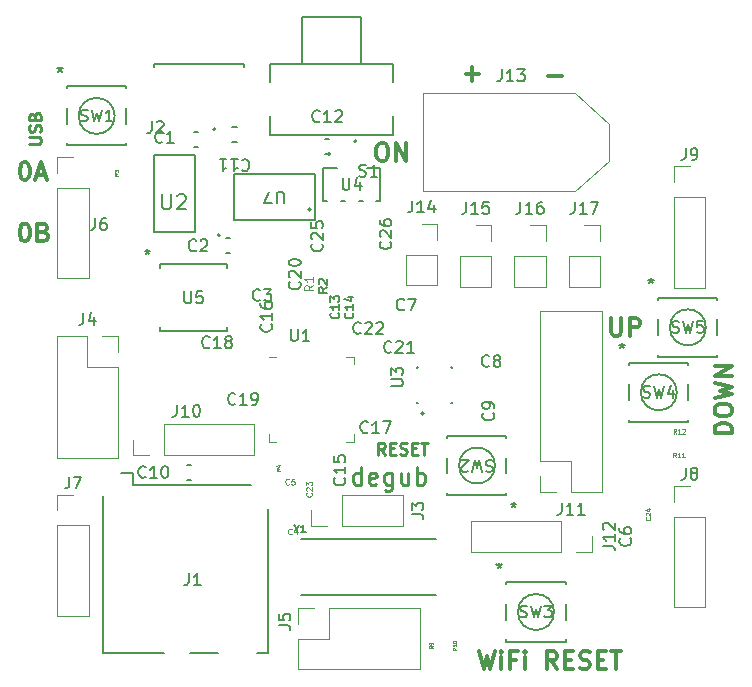
<source format=gbr>
%TF.GenerationSoftware,KiCad,Pcbnew,7.0.1*%
%TF.CreationDate,2023-05-22T19:39:57-04:00*%
%TF.ProjectId,Drone_PCB,44726f6e-655f-4504-9342-2e6b69636164,rev?*%
%TF.SameCoordinates,Original*%
%TF.FileFunction,Legend,Top*%
%TF.FilePolarity,Positive*%
%FSLAX46Y46*%
G04 Gerber Fmt 4.6, Leading zero omitted, Abs format (unit mm)*
G04 Created by KiCad (PCBNEW 7.0.1) date 2023-05-22 19:39:57*
%MOMM*%
%LPD*%
G01*
G04 APERTURE LIST*
%ADD10C,0.300000*%
%ADD11C,0.250000*%
%ADD12C,0.150000*%
%ADD13C,0.098425*%
%ADD14C,0.078850*%
%ADD15C,0.123775*%
%ADD16C,0.100000*%
%ADD17C,0.078847*%
%ADD18C,0.125000*%
%ADD19C,0.120000*%
%ADD20C,0.127000*%
%ADD21C,0.200000*%
%ADD22C,0.152400*%
G04 APERTURE END LIST*
D10*
X217757142Y-88316428D02*
X217757142Y-89530714D01*
X217757142Y-89530714D02*
X217828571Y-89673571D01*
X217828571Y-89673571D02*
X217900000Y-89745000D01*
X217900000Y-89745000D02*
X218042857Y-89816428D01*
X218042857Y-89816428D02*
X218328571Y-89816428D01*
X218328571Y-89816428D02*
X218471428Y-89745000D01*
X218471428Y-89745000D02*
X218542857Y-89673571D01*
X218542857Y-89673571D02*
X218614285Y-89530714D01*
X218614285Y-89530714D02*
X218614285Y-88316428D01*
X219328571Y-89816428D02*
X219328571Y-88316428D01*
X219328571Y-88316428D02*
X219900000Y-88316428D01*
X219900000Y-88316428D02*
X220042857Y-88387857D01*
X220042857Y-88387857D02*
X220114286Y-88459285D01*
X220114286Y-88459285D02*
X220185714Y-88602142D01*
X220185714Y-88602142D02*
X220185714Y-88816428D01*
X220185714Y-88816428D02*
X220114286Y-88959285D01*
X220114286Y-88959285D02*
X220042857Y-89030714D01*
X220042857Y-89030714D02*
X219900000Y-89102142D01*
X219900000Y-89102142D02*
X219328571Y-89102142D01*
X228016428Y-98042857D02*
X226516428Y-98042857D01*
X226516428Y-98042857D02*
X226516428Y-97685714D01*
X226516428Y-97685714D02*
X226587857Y-97471428D01*
X226587857Y-97471428D02*
X226730714Y-97328571D01*
X226730714Y-97328571D02*
X226873571Y-97257142D01*
X226873571Y-97257142D02*
X227159285Y-97185714D01*
X227159285Y-97185714D02*
X227373571Y-97185714D01*
X227373571Y-97185714D02*
X227659285Y-97257142D01*
X227659285Y-97257142D02*
X227802142Y-97328571D01*
X227802142Y-97328571D02*
X227945000Y-97471428D01*
X227945000Y-97471428D02*
X228016428Y-97685714D01*
X228016428Y-97685714D02*
X228016428Y-98042857D01*
X226516428Y-96257142D02*
X226516428Y-95971428D01*
X226516428Y-95971428D02*
X226587857Y-95828571D01*
X226587857Y-95828571D02*
X226730714Y-95685714D01*
X226730714Y-95685714D02*
X227016428Y-95614285D01*
X227016428Y-95614285D02*
X227516428Y-95614285D01*
X227516428Y-95614285D02*
X227802142Y-95685714D01*
X227802142Y-95685714D02*
X227945000Y-95828571D01*
X227945000Y-95828571D02*
X228016428Y-95971428D01*
X228016428Y-95971428D02*
X228016428Y-96257142D01*
X228016428Y-96257142D02*
X227945000Y-96400000D01*
X227945000Y-96400000D02*
X227802142Y-96542857D01*
X227802142Y-96542857D02*
X227516428Y-96614285D01*
X227516428Y-96614285D02*
X227016428Y-96614285D01*
X227016428Y-96614285D02*
X226730714Y-96542857D01*
X226730714Y-96542857D02*
X226587857Y-96400000D01*
X226587857Y-96400000D02*
X226516428Y-96257142D01*
X226516428Y-95114285D02*
X228016428Y-94757142D01*
X228016428Y-94757142D02*
X226945000Y-94471428D01*
X226945000Y-94471428D02*
X228016428Y-94185713D01*
X228016428Y-94185713D02*
X226516428Y-93828571D01*
X228016428Y-93257142D02*
X226516428Y-93257142D01*
X226516428Y-93257142D02*
X228016428Y-92399999D01*
X228016428Y-92399999D02*
X226516428Y-92399999D01*
D11*
X168477619Y-73561904D02*
X169287142Y-73561904D01*
X169287142Y-73561904D02*
X169382380Y-73514285D01*
X169382380Y-73514285D02*
X169430000Y-73466666D01*
X169430000Y-73466666D02*
X169477619Y-73371428D01*
X169477619Y-73371428D02*
X169477619Y-73180952D01*
X169477619Y-73180952D02*
X169430000Y-73085714D01*
X169430000Y-73085714D02*
X169382380Y-73038095D01*
X169382380Y-73038095D02*
X169287142Y-72990476D01*
X169287142Y-72990476D02*
X168477619Y-72990476D01*
X169430000Y-72561904D02*
X169477619Y-72419047D01*
X169477619Y-72419047D02*
X169477619Y-72180952D01*
X169477619Y-72180952D02*
X169430000Y-72085714D01*
X169430000Y-72085714D02*
X169382380Y-72038095D01*
X169382380Y-72038095D02*
X169287142Y-71990476D01*
X169287142Y-71990476D02*
X169191904Y-71990476D01*
X169191904Y-71990476D02*
X169096666Y-72038095D01*
X169096666Y-72038095D02*
X169049047Y-72085714D01*
X169049047Y-72085714D02*
X169001428Y-72180952D01*
X169001428Y-72180952D02*
X168953809Y-72371428D01*
X168953809Y-72371428D02*
X168906190Y-72466666D01*
X168906190Y-72466666D02*
X168858571Y-72514285D01*
X168858571Y-72514285D02*
X168763333Y-72561904D01*
X168763333Y-72561904D02*
X168668095Y-72561904D01*
X168668095Y-72561904D02*
X168572857Y-72514285D01*
X168572857Y-72514285D02*
X168525238Y-72466666D01*
X168525238Y-72466666D02*
X168477619Y-72371428D01*
X168477619Y-72371428D02*
X168477619Y-72133333D01*
X168477619Y-72133333D02*
X168525238Y-71990476D01*
X168953809Y-71228571D02*
X169001428Y-71085714D01*
X169001428Y-71085714D02*
X169049047Y-71038095D01*
X169049047Y-71038095D02*
X169144285Y-70990476D01*
X169144285Y-70990476D02*
X169287142Y-70990476D01*
X169287142Y-70990476D02*
X169382380Y-71038095D01*
X169382380Y-71038095D02*
X169430000Y-71085714D01*
X169430000Y-71085714D02*
X169477619Y-71180952D01*
X169477619Y-71180952D02*
X169477619Y-71561904D01*
X169477619Y-71561904D02*
X168477619Y-71561904D01*
X168477619Y-71561904D02*
X168477619Y-71228571D01*
X168477619Y-71228571D02*
X168525238Y-71133333D01*
X168525238Y-71133333D02*
X168572857Y-71085714D01*
X168572857Y-71085714D02*
X168668095Y-71038095D01*
X168668095Y-71038095D02*
X168763333Y-71038095D01*
X168763333Y-71038095D02*
X168858571Y-71085714D01*
X168858571Y-71085714D02*
X168906190Y-71133333D01*
X168906190Y-71133333D02*
X168953809Y-71228571D01*
X168953809Y-71228571D02*
X168953809Y-71561904D01*
X196600000Y-102416428D02*
X196600000Y-100916428D01*
X196600000Y-102345000D02*
X196457142Y-102416428D01*
X196457142Y-102416428D02*
X196171428Y-102416428D01*
X196171428Y-102416428D02*
X196028571Y-102345000D01*
X196028571Y-102345000D02*
X195957142Y-102273571D01*
X195957142Y-102273571D02*
X195885714Y-102130714D01*
X195885714Y-102130714D02*
X195885714Y-101702142D01*
X195885714Y-101702142D02*
X195957142Y-101559285D01*
X195957142Y-101559285D02*
X196028571Y-101487857D01*
X196028571Y-101487857D02*
X196171428Y-101416428D01*
X196171428Y-101416428D02*
X196457142Y-101416428D01*
X196457142Y-101416428D02*
X196600000Y-101487857D01*
X197885714Y-102345000D02*
X197742857Y-102416428D01*
X197742857Y-102416428D02*
X197457143Y-102416428D01*
X197457143Y-102416428D02*
X197314285Y-102345000D01*
X197314285Y-102345000D02*
X197242857Y-102202142D01*
X197242857Y-102202142D02*
X197242857Y-101630714D01*
X197242857Y-101630714D02*
X197314285Y-101487857D01*
X197314285Y-101487857D02*
X197457143Y-101416428D01*
X197457143Y-101416428D02*
X197742857Y-101416428D01*
X197742857Y-101416428D02*
X197885714Y-101487857D01*
X197885714Y-101487857D02*
X197957143Y-101630714D01*
X197957143Y-101630714D02*
X197957143Y-101773571D01*
X197957143Y-101773571D02*
X197242857Y-101916428D01*
X199242857Y-101416428D02*
X199242857Y-102630714D01*
X199242857Y-102630714D02*
X199171428Y-102773571D01*
X199171428Y-102773571D02*
X199099999Y-102845000D01*
X199099999Y-102845000D02*
X198957142Y-102916428D01*
X198957142Y-102916428D02*
X198742857Y-102916428D01*
X198742857Y-102916428D02*
X198599999Y-102845000D01*
X199242857Y-102345000D02*
X199099999Y-102416428D01*
X199099999Y-102416428D02*
X198814285Y-102416428D01*
X198814285Y-102416428D02*
X198671428Y-102345000D01*
X198671428Y-102345000D02*
X198599999Y-102273571D01*
X198599999Y-102273571D02*
X198528571Y-102130714D01*
X198528571Y-102130714D02*
X198528571Y-101702142D01*
X198528571Y-101702142D02*
X198599999Y-101559285D01*
X198599999Y-101559285D02*
X198671428Y-101487857D01*
X198671428Y-101487857D02*
X198814285Y-101416428D01*
X198814285Y-101416428D02*
X199099999Y-101416428D01*
X199099999Y-101416428D02*
X199242857Y-101487857D01*
X200600000Y-101416428D02*
X200600000Y-102416428D01*
X199957142Y-101416428D02*
X199957142Y-102202142D01*
X199957142Y-102202142D02*
X200028571Y-102345000D01*
X200028571Y-102345000D02*
X200171428Y-102416428D01*
X200171428Y-102416428D02*
X200385714Y-102416428D01*
X200385714Y-102416428D02*
X200528571Y-102345000D01*
X200528571Y-102345000D02*
X200600000Y-102273571D01*
X201314285Y-102416428D02*
X201314285Y-100916428D01*
X201314285Y-101487857D02*
X201457143Y-101416428D01*
X201457143Y-101416428D02*
X201742857Y-101416428D01*
X201742857Y-101416428D02*
X201885714Y-101487857D01*
X201885714Y-101487857D02*
X201957143Y-101559285D01*
X201957143Y-101559285D02*
X202028571Y-101702142D01*
X202028571Y-101702142D02*
X202028571Y-102130714D01*
X202028571Y-102130714D02*
X201957143Y-102273571D01*
X201957143Y-102273571D02*
X201885714Y-102345000D01*
X201885714Y-102345000D02*
X201742857Y-102416428D01*
X201742857Y-102416428D02*
X201457143Y-102416428D01*
X201457143Y-102416428D02*
X201314285Y-102345000D01*
X198609523Y-99877619D02*
X198276190Y-99401428D01*
X198038095Y-99877619D02*
X198038095Y-98877619D01*
X198038095Y-98877619D02*
X198419047Y-98877619D01*
X198419047Y-98877619D02*
X198514285Y-98925238D01*
X198514285Y-98925238D02*
X198561904Y-98972857D01*
X198561904Y-98972857D02*
X198609523Y-99068095D01*
X198609523Y-99068095D02*
X198609523Y-99210952D01*
X198609523Y-99210952D02*
X198561904Y-99306190D01*
X198561904Y-99306190D02*
X198514285Y-99353809D01*
X198514285Y-99353809D02*
X198419047Y-99401428D01*
X198419047Y-99401428D02*
X198038095Y-99401428D01*
X199038095Y-99353809D02*
X199371428Y-99353809D01*
X199514285Y-99877619D02*
X199038095Y-99877619D01*
X199038095Y-99877619D02*
X199038095Y-98877619D01*
X199038095Y-98877619D02*
X199514285Y-98877619D01*
X199895238Y-99830000D02*
X200038095Y-99877619D01*
X200038095Y-99877619D02*
X200276190Y-99877619D01*
X200276190Y-99877619D02*
X200371428Y-99830000D01*
X200371428Y-99830000D02*
X200419047Y-99782380D01*
X200419047Y-99782380D02*
X200466666Y-99687142D01*
X200466666Y-99687142D02*
X200466666Y-99591904D01*
X200466666Y-99591904D02*
X200419047Y-99496666D01*
X200419047Y-99496666D02*
X200371428Y-99449047D01*
X200371428Y-99449047D02*
X200276190Y-99401428D01*
X200276190Y-99401428D02*
X200085714Y-99353809D01*
X200085714Y-99353809D02*
X199990476Y-99306190D01*
X199990476Y-99306190D02*
X199942857Y-99258571D01*
X199942857Y-99258571D02*
X199895238Y-99163333D01*
X199895238Y-99163333D02*
X199895238Y-99068095D01*
X199895238Y-99068095D02*
X199942857Y-98972857D01*
X199942857Y-98972857D02*
X199990476Y-98925238D01*
X199990476Y-98925238D02*
X200085714Y-98877619D01*
X200085714Y-98877619D02*
X200323809Y-98877619D01*
X200323809Y-98877619D02*
X200466666Y-98925238D01*
X200895238Y-99353809D02*
X201228571Y-99353809D01*
X201371428Y-99877619D02*
X200895238Y-99877619D01*
X200895238Y-99877619D02*
X200895238Y-98877619D01*
X200895238Y-98877619D02*
X201371428Y-98877619D01*
X201657143Y-98877619D02*
X202228571Y-98877619D01*
X201942857Y-99877619D02*
X201942857Y-98877619D01*
D10*
X168042857Y-80316428D02*
X168185714Y-80316428D01*
X168185714Y-80316428D02*
X168328571Y-80387857D01*
X168328571Y-80387857D02*
X168400000Y-80459285D01*
X168400000Y-80459285D02*
X168471428Y-80602142D01*
X168471428Y-80602142D02*
X168542857Y-80887857D01*
X168542857Y-80887857D02*
X168542857Y-81245000D01*
X168542857Y-81245000D02*
X168471428Y-81530714D01*
X168471428Y-81530714D02*
X168400000Y-81673571D01*
X168400000Y-81673571D02*
X168328571Y-81745000D01*
X168328571Y-81745000D02*
X168185714Y-81816428D01*
X168185714Y-81816428D02*
X168042857Y-81816428D01*
X168042857Y-81816428D02*
X167900000Y-81745000D01*
X167900000Y-81745000D02*
X167828571Y-81673571D01*
X167828571Y-81673571D02*
X167757142Y-81530714D01*
X167757142Y-81530714D02*
X167685714Y-81245000D01*
X167685714Y-81245000D02*
X167685714Y-80887857D01*
X167685714Y-80887857D02*
X167757142Y-80602142D01*
X167757142Y-80602142D02*
X167828571Y-80459285D01*
X167828571Y-80459285D02*
X167900000Y-80387857D01*
X167900000Y-80387857D02*
X168042857Y-80316428D01*
X169685713Y-81030714D02*
X169899999Y-81102142D01*
X169899999Y-81102142D02*
X169971428Y-81173571D01*
X169971428Y-81173571D02*
X170042856Y-81316428D01*
X170042856Y-81316428D02*
X170042856Y-81530714D01*
X170042856Y-81530714D02*
X169971428Y-81673571D01*
X169971428Y-81673571D02*
X169899999Y-81745000D01*
X169899999Y-81745000D02*
X169757142Y-81816428D01*
X169757142Y-81816428D02*
X169185713Y-81816428D01*
X169185713Y-81816428D02*
X169185713Y-80316428D01*
X169185713Y-80316428D02*
X169685713Y-80316428D01*
X169685713Y-80316428D02*
X169828571Y-80387857D01*
X169828571Y-80387857D02*
X169899999Y-80459285D01*
X169899999Y-80459285D02*
X169971428Y-80602142D01*
X169971428Y-80602142D02*
X169971428Y-80745000D01*
X169971428Y-80745000D02*
X169899999Y-80887857D01*
X169899999Y-80887857D02*
X169828571Y-80959285D01*
X169828571Y-80959285D02*
X169685713Y-81030714D01*
X169685713Y-81030714D02*
X169185713Y-81030714D01*
X198242857Y-73516428D02*
X198528571Y-73516428D01*
X198528571Y-73516428D02*
X198671428Y-73587857D01*
X198671428Y-73587857D02*
X198814285Y-73730714D01*
X198814285Y-73730714D02*
X198885714Y-74016428D01*
X198885714Y-74016428D02*
X198885714Y-74516428D01*
X198885714Y-74516428D02*
X198814285Y-74802142D01*
X198814285Y-74802142D02*
X198671428Y-74945000D01*
X198671428Y-74945000D02*
X198528571Y-75016428D01*
X198528571Y-75016428D02*
X198242857Y-75016428D01*
X198242857Y-75016428D02*
X198100000Y-74945000D01*
X198100000Y-74945000D02*
X197957142Y-74802142D01*
X197957142Y-74802142D02*
X197885714Y-74516428D01*
X197885714Y-74516428D02*
X197885714Y-74016428D01*
X197885714Y-74016428D02*
X197957142Y-73730714D01*
X197957142Y-73730714D02*
X198100000Y-73587857D01*
X198100000Y-73587857D02*
X198242857Y-73516428D01*
X199528571Y-75016428D02*
X199528571Y-73516428D01*
X199528571Y-73516428D02*
X200385714Y-75016428D01*
X200385714Y-75016428D02*
X200385714Y-73516428D01*
X205452142Y-67638900D02*
X206595000Y-67638900D01*
X206023571Y-68210328D02*
X206023571Y-67067471D01*
X206614285Y-116516428D02*
X206971428Y-118016428D01*
X206971428Y-118016428D02*
X207257142Y-116945000D01*
X207257142Y-116945000D02*
X207542857Y-118016428D01*
X207542857Y-118016428D02*
X207900000Y-116516428D01*
X208471428Y-118016428D02*
X208471428Y-117016428D01*
X208471428Y-116516428D02*
X208400000Y-116587857D01*
X208400000Y-116587857D02*
X208471428Y-116659285D01*
X208471428Y-116659285D02*
X208542857Y-116587857D01*
X208542857Y-116587857D02*
X208471428Y-116516428D01*
X208471428Y-116516428D02*
X208471428Y-116659285D01*
X209685714Y-117230714D02*
X209185714Y-117230714D01*
X209185714Y-118016428D02*
X209185714Y-116516428D01*
X209185714Y-116516428D02*
X209900000Y-116516428D01*
X210471428Y-118016428D02*
X210471428Y-117016428D01*
X210471428Y-116516428D02*
X210400000Y-116587857D01*
X210400000Y-116587857D02*
X210471428Y-116659285D01*
X210471428Y-116659285D02*
X210542857Y-116587857D01*
X210542857Y-116587857D02*
X210471428Y-116516428D01*
X210471428Y-116516428D02*
X210471428Y-116659285D01*
X213185714Y-118016428D02*
X212685714Y-117302142D01*
X212328571Y-118016428D02*
X212328571Y-116516428D01*
X212328571Y-116516428D02*
X212900000Y-116516428D01*
X212900000Y-116516428D02*
X213042857Y-116587857D01*
X213042857Y-116587857D02*
X213114286Y-116659285D01*
X213114286Y-116659285D02*
X213185714Y-116802142D01*
X213185714Y-116802142D02*
X213185714Y-117016428D01*
X213185714Y-117016428D02*
X213114286Y-117159285D01*
X213114286Y-117159285D02*
X213042857Y-117230714D01*
X213042857Y-117230714D02*
X212900000Y-117302142D01*
X212900000Y-117302142D02*
X212328571Y-117302142D01*
X213828571Y-117230714D02*
X214328571Y-117230714D01*
X214542857Y-118016428D02*
X213828571Y-118016428D01*
X213828571Y-118016428D02*
X213828571Y-116516428D01*
X213828571Y-116516428D02*
X214542857Y-116516428D01*
X215114286Y-117945000D02*
X215328572Y-118016428D01*
X215328572Y-118016428D02*
X215685714Y-118016428D01*
X215685714Y-118016428D02*
X215828572Y-117945000D01*
X215828572Y-117945000D02*
X215900000Y-117873571D01*
X215900000Y-117873571D02*
X215971429Y-117730714D01*
X215971429Y-117730714D02*
X215971429Y-117587857D01*
X215971429Y-117587857D02*
X215900000Y-117445000D01*
X215900000Y-117445000D02*
X215828572Y-117373571D01*
X215828572Y-117373571D02*
X215685714Y-117302142D01*
X215685714Y-117302142D02*
X215400000Y-117230714D01*
X215400000Y-117230714D02*
X215257143Y-117159285D01*
X215257143Y-117159285D02*
X215185714Y-117087857D01*
X215185714Y-117087857D02*
X215114286Y-116945000D01*
X215114286Y-116945000D02*
X215114286Y-116802142D01*
X215114286Y-116802142D02*
X215185714Y-116659285D01*
X215185714Y-116659285D02*
X215257143Y-116587857D01*
X215257143Y-116587857D02*
X215400000Y-116516428D01*
X215400000Y-116516428D02*
X215757143Y-116516428D01*
X215757143Y-116516428D02*
X215971429Y-116587857D01*
X216614285Y-117230714D02*
X217114285Y-117230714D01*
X217328571Y-118016428D02*
X216614285Y-118016428D01*
X216614285Y-118016428D02*
X216614285Y-116516428D01*
X216614285Y-116516428D02*
X217328571Y-116516428D01*
X217757143Y-116516428D02*
X218614286Y-116516428D01*
X218185714Y-118016428D02*
X218185714Y-116516428D01*
X168042857Y-75116428D02*
X168185714Y-75116428D01*
X168185714Y-75116428D02*
X168328571Y-75187857D01*
X168328571Y-75187857D02*
X168400000Y-75259285D01*
X168400000Y-75259285D02*
X168471428Y-75402142D01*
X168471428Y-75402142D02*
X168542857Y-75687857D01*
X168542857Y-75687857D02*
X168542857Y-76045000D01*
X168542857Y-76045000D02*
X168471428Y-76330714D01*
X168471428Y-76330714D02*
X168400000Y-76473571D01*
X168400000Y-76473571D02*
X168328571Y-76545000D01*
X168328571Y-76545000D02*
X168185714Y-76616428D01*
X168185714Y-76616428D02*
X168042857Y-76616428D01*
X168042857Y-76616428D02*
X167900000Y-76545000D01*
X167900000Y-76545000D02*
X167828571Y-76473571D01*
X167828571Y-76473571D02*
X167757142Y-76330714D01*
X167757142Y-76330714D02*
X167685714Y-76045000D01*
X167685714Y-76045000D02*
X167685714Y-75687857D01*
X167685714Y-75687857D02*
X167757142Y-75402142D01*
X167757142Y-75402142D02*
X167828571Y-75259285D01*
X167828571Y-75259285D02*
X167900000Y-75187857D01*
X167900000Y-75187857D02*
X168042857Y-75116428D01*
X169114285Y-76187857D02*
X169828571Y-76187857D01*
X168971428Y-76616428D02*
X169471428Y-75116428D01*
X169471428Y-75116428D02*
X169971428Y-76616428D01*
X212452142Y-67838900D02*
X213595000Y-67838900D01*
D12*
%TO.C,J13*%
X208485476Y-67256519D02*
X208485476Y-67970804D01*
X208485476Y-67970804D02*
X208437857Y-68113661D01*
X208437857Y-68113661D02*
X208342619Y-68208900D01*
X208342619Y-68208900D02*
X208199762Y-68256519D01*
X208199762Y-68256519D02*
X208104524Y-68256519D01*
X209485476Y-68256519D02*
X208914048Y-68256519D01*
X209199762Y-68256519D02*
X209199762Y-67256519D01*
X209199762Y-67256519D02*
X209104524Y-67399376D01*
X209104524Y-67399376D02*
X209009286Y-67494614D01*
X209009286Y-67494614D02*
X208914048Y-67542233D01*
X209818810Y-67256519D02*
X210437857Y-67256519D01*
X210437857Y-67256519D02*
X210104524Y-67637471D01*
X210104524Y-67637471D02*
X210247381Y-67637471D01*
X210247381Y-67637471D02*
X210342619Y-67685090D01*
X210342619Y-67685090D02*
X210390238Y-67732709D01*
X210390238Y-67732709D02*
X210437857Y-67827947D01*
X210437857Y-67827947D02*
X210437857Y-68066042D01*
X210437857Y-68066042D02*
X210390238Y-68161280D01*
X210390238Y-68161280D02*
X210342619Y-68208900D01*
X210342619Y-68208900D02*
X210247381Y-68256519D01*
X210247381Y-68256519D02*
X209961667Y-68256519D01*
X209961667Y-68256519D02*
X209866429Y-68208900D01*
X209866429Y-68208900D02*
X209818810Y-68161280D01*
%TO.C,S1*%
X196440595Y-76293900D02*
X196583452Y-76341519D01*
X196583452Y-76341519D02*
X196821547Y-76341519D01*
X196821547Y-76341519D02*
X196916785Y-76293900D01*
X196916785Y-76293900D02*
X196964404Y-76246280D01*
X196964404Y-76246280D02*
X197012023Y-76151042D01*
X197012023Y-76151042D02*
X197012023Y-76055804D01*
X197012023Y-76055804D02*
X196964404Y-75960566D01*
X196964404Y-75960566D02*
X196916785Y-75912947D01*
X196916785Y-75912947D02*
X196821547Y-75865328D01*
X196821547Y-75865328D02*
X196631071Y-75817709D01*
X196631071Y-75817709D02*
X196535833Y-75770090D01*
X196535833Y-75770090D02*
X196488214Y-75722471D01*
X196488214Y-75722471D02*
X196440595Y-75627233D01*
X196440595Y-75627233D02*
X196440595Y-75531995D01*
X196440595Y-75531995D02*
X196488214Y-75436757D01*
X196488214Y-75436757D02*
X196535833Y-75389138D01*
X196535833Y-75389138D02*
X196631071Y-75341519D01*
X196631071Y-75341519D02*
X196869166Y-75341519D01*
X196869166Y-75341519D02*
X197012023Y-75389138D01*
X197964404Y-76341519D02*
X197392976Y-76341519D01*
X197678690Y-76341519D02*
X197678690Y-75341519D01*
X197678690Y-75341519D02*
X197583452Y-75484376D01*
X197583452Y-75484376D02*
X197488214Y-75579614D01*
X197488214Y-75579614D02*
X197392976Y-75627233D01*
%TO.C,C13*%
X194675535Y-87882143D02*
X194711250Y-87917857D01*
X194711250Y-87917857D02*
X194746964Y-88025000D01*
X194746964Y-88025000D02*
X194746964Y-88096428D01*
X194746964Y-88096428D02*
X194711250Y-88203571D01*
X194711250Y-88203571D02*
X194639821Y-88275000D01*
X194639821Y-88275000D02*
X194568392Y-88310714D01*
X194568392Y-88310714D02*
X194425535Y-88346428D01*
X194425535Y-88346428D02*
X194318392Y-88346428D01*
X194318392Y-88346428D02*
X194175535Y-88310714D01*
X194175535Y-88310714D02*
X194104107Y-88275000D01*
X194104107Y-88275000D02*
X194032678Y-88203571D01*
X194032678Y-88203571D02*
X193996964Y-88096428D01*
X193996964Y-88096428D02*
X193996964Y-88025000D01*
X193996964Y-88025000D02*
X194032678Y-87917857D01*
X194032678Y-87917857D02*
X194068392Y-87882143D01*
X194746964Y-87167857D02*
X194746964Y-87596428D01*
X194746964Y-87382143D02*
X193996964Y-87382143D01*
X193996964Y-87382143D02*
X194104107Y-87453571D01*
X194104107Y-87453571D02*
X194175535Y-87525000D01*
X194175535Y-87525000D02*
X194211250Y-87596428D01*
X193996964Y-86917857D02*
X193996964Y-86453571D01*
X193996964Y-86453571D02*
X194282678Y-86703571D01*
X194282678Y-86703571D02*
X194282678Y-86596428D01*
X194282678Y-86596428D02*
X194318392Y-86525000D01*
X194318392Y-86525000D02*
X194354107Y-86489285D01*
X194354107Y-86489285D02*
X194425535Y-86453571D01*
X194425535Y-86453571D02*
X194604107Y-86453571D01*
X194604107Y-86453571D02*
X194675535Y-86489285D01*
X194675535Y-86489285D02*
X194711250Y-86525000D01*
X194711250Y-86525000D02*
X194746964Y-86596428D01*
X194746964Y-86596428D02*
X194746964Y-86810714D01*
X194746964Y-86810714D02*
X194711250Y-86882142D01*
X194711250Y-86882142D02*
X194675535Y-86917857D01*
%TO.C,J11*%
X213570476Y-103957619D02*
X213570476Y-104671904D01*
X213570476Y-104671904D02*
X213522857Y-104814761D01*
X213522857Y-104814761D02*
X213427619Y-104910000D01*
X213427619Y-104910000D02*
X213284762Y-104957619D01*
X213284762Y-104957619D02*
X213189524Y-104957619D01*
X214570476Y-104957619D02*
X213999048Y-104957619D01*
X214284762Y-104957619D02*
X214284762Y-103957619D01*
X214284762Y-103957619D02*
X214189524Y-104100476D01*
X214189524Y-104100476D02*
X214094286Y-104195714D01*
X214094286Y-104195714D02*
X213999048Y-104243333D01*
X215522857Y-104957619D02*
X214951429Y-104957619D01*
X215237143Y-104957619D02*
X215237143Y-103957619D01*
X215237143Y-103957619D02*
X215141905Y-104100476D01*
X215141905Y-104100476D02*
X215046667Y-104195714D01*
X215046667Y-104195714D02*
X214951429Y-104243333D01*
%TO.C,J5*%
X189602619Y-114333333D02*
X190316904Y-114333333D01*
X190316904Y-114333333D02*
X190459761Y-114380952D01*
X190459761Y-114380952D02*
X190555000Y-114476190D01*
X190555000Y-114476190D02*
X190602619Y-114619047D01*
X190602619Y-114619047D02*
X190602619Y-114714285D01*
X189602619Y-113380952D02*
X189602619Y-113857142D01*
X189602619Y-113857142D02*
X190078809Y-113904761D01*
X190078809Y-113904761D02*
X190031190Y-113857142D01*
X190031190Y-113857142D02*
X189983571Y-113761904D01*
X189983571Y-113761904D02*
X189983571Y-113523809D01*
X189983571Y-113523809D02*
X190031190Y-113428571D01*
X190031190Y-113428571D02*
X190078809Y-113380952D01*
X190078809Y-113380952D02*
X190174047Y-113333333D01*
X190174047Y-113333333D02*
X190412142Y-113333333D01*
X190412142Y-113333333D02*
X190507380Y-113380952D01*
X190507380Y-113380952D02*
X190555000Y-113428571D01*
X190555000Y-113428571D02*
X190602619Y-113523809D01*
X190602619Y-113523809D02*
X190602619Y-113761904D01*
X190602619Y-113761904D02*
X190555000Y-113857142D01*
X190555000Y-113857142D02*
X190507380Y-113904761D01*
%TO.C,U1*%
X190638095Y-89262619D02*
X190638095Y-90072142D01*
X190638095Y-90072142D02*
X190685714Y-90167380D01*
X190685714Y-90167380D02*
X190733333Y-90215000D01*
X190733333Y-90215000D02*
X190828571Y-90262619D01*
X190828571Y-90262619D02*
X191019047Y-90262619D01*
X191019047Y-90262619D02*
X191114285Y-90215000D01*
X191114285Y-90215000D02*
X191161904Y-90167380D01*
X191161904Y-90167380D02*
X191209523Y-90072142D01*
X191209523Y-90072142D02*
X191209523Y-89262619D01*
X192209523Y-90262619D02*
X191638095Y-90262619D01*
X191923809Y-90262619D02*
X191923809Y-89262619D01*
X191923809Y-89262619D02*
X191828571Y-89405476D01*
X191828571Y-89405476D02*
X191733333Y-89500714D01*
X191733333Y-89500714D02*
X191638095Y-89548333D01*
%TO.C,C25*%
X193262380Y-82036757D02*
X193310000Y-82084376D01*
X193310000Y-82084376D02*
X193357619Y-82227233D01*
X193357619Y-82227233D02*
X193357619Y-82322471D01*
X193357619Y-82322471D02*
X193310000Y-82465328D01*
X193310000Y-82465328D02*
X193214761Y-82560566D01*
X193214761Y-82560566D02*
X193119523Y-82608185D01*
X193119523Y-82608185D02*
X192929047Y-82655804D01*
X192929047Y-82655804D02*
X192786190Y-82655804D01*
X192786190Y-82655804D02*
X192595714Y-82608185D01*
X192595714Y-82608185D02*
X192500476Y-82560566D01*
X192500476Y-82560566D02*
X192405238Y-82465328D01*
X192405238Y-82465328D02*
X192357619Y-82322471D01*
X192357619Y-82322471D02*
X192357619Y-82227233D01*
X192357619Y-82227233D02*
X192405238Y-82084376D01*
X192405238Y-82084376D02*
X192452857Y-82036757D01*
X192452857Y-81655804D02*
X192405238Y-81608185D01*
X192405238Y-81608185D02*
X192357619Y-81512947D01*
X192357619Y-81512947D02*
X192357619Y-81274852D01*
X192357619Y-81274852D02*
X192405238Y-81179614D01*
X192405238Y-81179614D02*
X192452857Y-81131995D01*
X192452857Y-81131995D02*
X192548095Y-81084376D01*
X192548095Y-81084376D02*
X192643333Y-81084376D01*
X192643333Y-81084376D02*
X192786190Y-81131995D01*
X192786190Y-81131995D02*
X193357619Y-81703423D01*
X193357619Y-81703423D02*
X193357619Y-81084376D01*
X192357619Y-80179614D02*
X192357619Y-80655804D01*
X192357619Y-80655804D02*
X192833809Y-80703423D01*
X192833809Y-80703423D02*
X192786190Y-80655804D01*
X192786190Y-80655804D02*
X192738571Y-80560566D01*
X192738571Y-80560566D02*
X192738571Y-80322471D01*
X192738571Y-80322471D02*
X192786190Y-80227233D01*
X192786190Y-80227233D02*
X192833809Y-80179614D01*
X192833809Y-80179614D02*
X192929047Y-80131995D01*
X192929047Y-80131995D02*
X193167142Y-80131995D01*
X193167142Y-80131995D02*
X193262380Y-80179614D01*
X193262380Y-80179614D02*
X193310000Y-80227233D01*
X193310000Y-80227233D02*
X193357619Y-80322471D01*
X193357619Y-80322471D02*
X193357619Y-80560566D01*
X193357619Y-80560566D02*
X193310000Y-80655804D01*
X193310000Y-80655804D02*
X193262380Y-80703423D01*
%TO.C,C19*%
X185957142Y-95567380D02*
X185909523Y-95615000D01*
X185909523Y-95615000D02*
X185766666Y-95662619D01*
X185766666Y-95662619D02*
X185671428Y-95662619D01*
X185671428Y-95662619D02*
X185528571Y-95615000D01*
X185528571Y-95615000D02*
X185433333Y-95519761D01*
X185433333Y-95519761D02*
X185385714Y-95424523D01*
X185385714Y-95424523D02*
X185338095Y-95234047D01*
X185338095Y-95234047D02*
X185338095Y-95091190D01*
X185338095Y-95091190D02*
X185385714Y-94900714D01*
X185385714Y-94900714D02*
X185433333Y-94805476D01*
X185433333Y-94805476D02*
X185528571Y-94710238D01*
X185528571Y-94710238D02*
X185671428Y-94662619D01*
X185671428Y-94662619D02*
X185766666Y-94662619D01*
X185766666Y-94662619D02*
X185909523Y-94710238D01*
X185909523Y-94710238D02*
X185957142Y-94757857D01*
X186909523Y-95662619D02*
X186338095Y-95662619D01*
X186623809Y-95662619D02*
X186623809Y-94662619D01*
X186623809Y-94662619D02*
X186528571Y-94805476D01*
X186528571Y-94805476D02*
X186433333Y-94900714D01*
X186433333Y-94900714D02*
X186338095Y-94948333D01*
X187385714Y-95662619D02*
X187576190Y-95662619D01*
X187576190Y-95662619D02*
X187671428Y-95615000D01*
X187671428Y-95615000D02*
X187719047Y-95567380D01*
X187719047Y-95567380D02*
X187814285Y-95424523D01*
X187814285Y-95424523D02*
X187861904Y-95234047D01*
X187861904Y-95234047D02*
X187861904Y-94853095D01*
X187861904Y-94853095D02*
X187814285Y-94757857D01*
X187814285Y-94757857D02*
X187766666Y-94710238D01*
X187766666Y-94710238D02*
X187671428Y-94662619D01*
X187671428Y-94662619D02*
X187480952Y-94662619D01*
X187480952Y-94662619D02*
X187385714Y-94710238D01*
X187385714Y-94710238D02*
X187338095Y-94757857D01*
X187338095Y-94757857D02*
X187290476Y-94853095D01*
X187290476Y-94853095D02*
X187290476Y-95091190D01*
X187290476Y-95091190D02*
X187338095Y-95186428D01*
X187338095Y-95186428D02*
X187385714Y-95234047D01*
X187385714Y-95234047D02*
X187480952Y-95281666D01*
X187480952Y-95281666D02*
X187671428Y-95281666D01*
X187671428Y-95281666D02*
X187766666Y-95234047D01*
X187766666Y-95234047D02*
X187814285Y-95186428D01*
X187814285Y-95186428D02*
X187861904Y-95091190D01*
%TO.C,J7*%
X171866666Y-101732619D02*
X171866666Y-102446904D01*
X171866666Y-102446904D02*
X171819047Y-102589761D01*
X171819047Y-102589761D02*
X171723809Y-102685000D01*
X171723809Y-102685000D02*
X171580952Y-102732619D01*
X171580952Y-102732619D02*
X171485714Y-102732619D01*
X172247619Y-101732619D02*
X172914285Y-101732619D01*
X172914285Y-101732619D02*
X172485714Y-102732619D01*
%TO.C,C11*%
X186519157Y-74972619D02*
X186566776Y-74925000D01*
X186566776Y-74925000D02*
X186709633Y-74877380D01*
X186709633Y-74877380D02*
X186804871Y-74877380D01*
X186804871Y-74877380D02*
X186947728Y-74925000D01*
X186947728Y-74925000D02*
X187042966Y-75020238D01*
X187042966Y-75020238D02*
X187090585Y-75115476D01*
X187090585Y-75115476D02*
X187138204Y-75305952D01*
X187138204Y-75305952D02*
X187138204Y-75448809D01*
X187138204Y-75448809D02*
X187090585Y-75639285D01*
X187090585Y-75639285D02*
X187042966Y-75734523D01*
X187042966Y-75734523D02*
X186947728Y-75829761D01*
X186947728Y-75829761D02*
X186804871Y-75877380D01*
X186804871Y-75877380D02*
X186709633Y-75877380D01*
X186709633Y-75877380D02*
X186566776Y-75829761D01*
X186566776Y-75829761D02*
X186519157Y-75782142D01*
X185566776Y-74877380D02*
X186138204Y-74877380D01*
X185852490Y-74877380D02*
X185852490Y-75877380D01*
X185852490Y-75877380D02*
X185947728Y-75734523D01*
X185947728Y-75734523D02*
X186042966Y-75639285D01*
X186042966Y-75639285D02*
X186138204Y-75591666D01*
X184614395Y-74877380D02*
X185185823Y-74877380D01*
X184900109Y-74877380D02*
X184900109Y-75877380D01*
X184900109Y-75877380D02*
X184995347Y-75734523D01*
X184995347Y-75734523D02*
X185090585Y-75639285D01*
X185090585Y-75639285D02*
X185185823Y-75591666D01*
D13*
%TO.C,C24*%
X221044638Y-105178092D02*
X221063386Y-105196840D01*
X221063386Y-105196840D02*
X221082133Y-105253083D01*
X221082133Y-105253083D02*
X221082133Y-105290578D01*
X221082133Y-105290578D02*
X221063386Y-105346821D01*
X221063386Y-105346821D02*
X221025890Y-105384317D01*
X221025890Y-105384317D02*
X220988395Y-105403064D01*
X220988395Y-105403064D02*
X220913404Y-105421812D01*
X220913404Y-105421812D02*
X220857161Y-105421812D01*
X220857161Y-105421812D02*
X220782171Y-105403064D01*
X220782171Y-105403064D02*
X220744675Y-105384317D01*
X220744675Y-105384317D02*
X220707180Y-105346821D01*
X220707180Y-105346821D02*
X220688432Y-105290578D01*
X220688432Y-105290578D02*
X220688432Y-105253083D01*
X220688432Y-105253083D02*
X220707180Y-105196840D01*
X220707180Y-105196840D02*
X220725928Y-105178092D01*
X220725928Y-105028111D02*
X220707180Y-105009363D01*
X220707180Y-105009363D02*
X220688432Y-104971868D01*
X220688432Y-104971868D02*
X220688432Y-104878130D01*
X220688432Y-104878130D02*
X220707180Y-104840634D01*
X220707180Y-104840634D02*
X220725928Y-104821887D01*
X220725928Y-104821887D02*
X220763423Y-104803139D01*
X220763423Y-104803139D02*
X220800918Y-104803139D01*
X220800918Y-104803139D02*
X220857161Y-104821887D01*
X220857161Y-104821887D02*
X221082133Y-105046859D01*
X221082133Y-105046859D02*
X221082133Y-104803139D01*
X220819666Y-104465681D02*
X221082133Y-104465681D01*
X220669685Y-104559420D02*
X220950900Y-104653158D01*
X220950900Y-104653158D02*
X220950900Y-104409438D01*
D14*
%TO.C,R3*%
X176032142Y-76067238D02*
X175881952Y-76172371D01*
X176032142Y-76247466D02*
X175716743Y-76247466D01*
X175716743Y-76247466D02*
X175716743Y-76127314D01*
X175716743Y-76127314D02*
X175731762Y-76097276D01*
X175731762Y-76097276D02*
X175746781Y-76082257D01*
X175746781Y-76082257D02*
X175776819Y-76067238D01*
X175776819Y-76067238D02*
X175821876Y-76067238D01*
X175821876Y-76067238D02*
X175851914Y-76082257D01*
X175851914Y-76082257D02*
X175866933Y-76097276D01*
X175866933Y-76097276D02*
X175881952Y-76127314D01*
X175881952Y-76127314D02*
X175881952Y-76247466D01*
X175716743Y-75962105D02*
X175716743Y-75766858D01*
X175716743Y-75766858D02*
X175836895Y-75871991D01*
X175836895Y-75871991D02*
X175836895Y-75826934D01*
X175836895Y-75826934D02*
X175851914Y-75796896D01*
X175851914Y-75796896D02*
X175866933Y-75781877D01*
X175866933Y-75781877D02*
X175896971Y-75766858D01*
X175896971Y-75766858D02*
X175972066Y-75766858D01*
X175972066Y-75766858D02*
X176002104Y-75781877D01*
X176002104Y-75781877D02*
X176017123Y-75796896D01*
X176017123Y-75796896D02*
X176032142Y-75826934D01*
X176032142Y-75826934D02*
X176032142Y-75917048D01*
X176032142Y-75917048D02*
X176017123Y-75947086D01*
X176017123Y-75947086D02*
X176002104Y-75962105D01*
D12*
%TO.C,C10*%
X178357142Y-101767380D02*
X178309523Y-101815000D01*
X178309523Y-101815000D02*
X178166666Y-101862619D01*
X178166666Y-101862619D02*
X178071428Y-101862619D01*
X178071428Y-101862619D02*
X177928571Y-101815000D01*
X177928571Y-101815000D02*
X177833333Y-101719761D01*
X177833333Y-101719761D02*
X177785714Y-101624523D01*
X177785714Y-101624523D02*
X177738095Y-101434047D01*
X177738095Y-101434047D02*
X177738095Y-101291190D01*
X177738095Y-101291190D02*
X177785714Y-101100714D01*
X177785714Y-101100714D02*
X177833333Y-101005476D01*
X177833333Y-101005476D02*
X177928571Y-100910238D01*
X177928571Y-100910238D02*
X178071428Y-100862619D01*
X178071428Y-100862619D02*
X178166666Y-100862619D01*
X178166666Y-100862619D02*
X178309523Y-100910238D01*
X178309523Y-100910238D02*
X178357142Y-100957857D01*
X179309523Y-101862619D02*
X178738095Y-101862619D01*
X179023809Y-101862619D02*
X179023809Y-100862619D01*
X179023809Y-100862619D02*
X178928571Y-101005476D01*
X178928571Y-101005476D02*
X178833333Y-101100714D01*
X178833333Y-101100714D02*
X178738095Y-101148333D01*
X179928571Y-100862619D02*
X180023809Y-100862619D01*
X180023809Y-100862619D02*
X180119047Y-100910238D01*
X180119047Y-100910238D02*
X180166666Y-100957857D01*
X180166666Y-100957857D02*
X180214285Y-101053095D01*
X180214285Y-101053095D02*
X180261904Y-101243571D01*
X180261904Y-101243571D02*
X180261904Y-101481666D01*
X180261904Y-101481666D02*
X180214285Y-101672142D01*
X180214285Y-101672142D02*
X180166666Y-101767380D01*
X180166666Y-101767380D02*
X180119047Y-101815000D01*
X180119047Y-101815000D02*
X180023809Y-101862619D01*
X180023809Y-101862619D02*
X179928571Y-101862619D01*
X179928571Y-101862619D02*
X179833333Y-101815000D01*
X179833333Y-101815000D02*
X179785714Y-101767380D01*
X179785714Y-101767380D02*
X179738095Y-101672142D01*
X179738095Y-101672142D02*
X179690476Y-101481666D01*
X179690476Y-101481666D02*
X179690476Y-101243571D01*
X179690476Y-101243571D02*
X179738095Y-101053095D01*
X179738095Y-101053095D02*
X179785714Y-100957857D01*
X179785714Y-100957857D02*
X179833333Y-100910238D01*
X179833333Y-100910238D02*
X179928571Y-100862619D01*
%TO.C,R2*%
X193746964Y-85725000D02*
X193389821Y-85975000D01*
X193746964Y-86153571D02*
X192996964Y-86153571D01*
X192996964Y-86153571D02*
X192996964Y-85867857D01*
X192996964Y-85867857D02*
X193032678Y-85796428D01*
X193032678Y-85796428D02*
X193068392Y-85760714D01*
X193068392Y-85760714D02*
X193139821Y-85725000D01*
X193139821Y-85725000D02*
X193246964Y-85725000D01*
X193246964Y-85725000D02*
X193318392Y-85760714D01*
X193318392Y-85760714D02*
X193354107Y-85796428D01*
X193354107Y-85796428D02*
X193389821Y-85867857D01*
X193389821Y-85867857D02*
X193389821Y-86153571D01*
X193068392Y-85439285D02*
X193032678Y-85403571D01*
X193032678Y-85403571D02*
X192996964Y-85332143D01*
X192996964Y-85332143D02*
X192996964Y-85153571D01*
X192996964Y-85153571D02*
X193032678Y-85082143D01*
X193032678Y-85082143D02*
X193068392Y-85046428D01*
X193068392Y-85046428D02*
X193139821Y-85010714D01*
X193139821Y-85010714D02*
X193211250Y-85010714D01*
X193211250Y-85010714D02*
X193318392Y-85046428D01*
X193318392Y-85046428D02*
X193746964Y-85475000D01*
X193746964Y-85475000D02*
X193746964Y-85010714D01*
D15*
%TO.C,C4*%
X190717483Y-106581889D02*
X190693907Y-106605466D01*
X190693907Y-106605466D02*
X190623179Y-106629042D01*
X190623179Y-106629042D02*
X190576027Y-106629042D01*
X190576027Y-106629042D02*
X190505298Y-106605466D01*
X190505298Y-106605466D02*
X190458146Y-106558313D01*
X190458146Y-106558313D02*
X190434570Y-106511161D01*
X190434570Y-106511161D02*
X190410994Y-106416857D01*
X190410994Y-106416857D02*
X190410994Y-106346128D01*
X190410994Y-106346128D02*
X190434570Y-106251824D01*
X190434570Y-106251824D02*
X190458146Y-106204672D01*
X190458146Y-106204672D02*
X190505298Y-106157520D01*
X190505298Y-106157520D02*
X190576027Y-106133944D01*
X190576027Y-106133944D02*
X190623179Y-106133944D01*
X190623179Y-106133944D02*
X190693907Y-106157520D01*
X190693907Y-106157520D02*
X190717483Y-106181096D01*
X191141853Y-106298976D02*
X191141853Y-106629042D01*
X191023972Y-106110368D02*
X190906092Y-106464009D01*
X190906092Y-106464009D02*
X191212581Y-106464009D01*
D12*
%TO.C,C22*%
X196557142Y-89567380D02*
X196509523Y-89615000D01*
X196509523Y-89615000D02*
X196366666Y-89662619D01*
X196366666Y-89662619D02*
X196271428Y-89662619D01*
X196271428Y-89662619D02*
X196128571Y-89615000D01*
X196128571Y-89615000D02*
X196033333Y-89519761D01*
X196033333Y-89519761D02*
X195985714Y-89424523D01*
X195985714Y-89424523D02*
X195938095Y-89234047D01*
X195938095Y-89234047D02*
X195938095Y-89091190D01*
X195938095Y-89091190D02*
X195985714Y-88900714D01*
X195985714Y-88900714D02*
X196033333Y-88805476D01*
X196033333Y-88805476D02*
X196128571Y-88710238D01*
X196128571Y-88710238D02*
X196271428Y-88662619D01*
X196271428Y-88662619D02*
X196366666Y-88662619D01*
X196366666Y-88662619D02*
X196509523Y-88710238D01*
X196509523Y-88710238D02*
X196557142Y-88757857D01*
X196938095Y-88757857D02*
X196985714Y-88710238D01*
X196985714Y-88710238D02*
X197080952Y-88662619D01*
X197080952Y-88662619D02*
X197319047Y-88662619D01*
X197319047Y-88662619D02*
X197414285Y-88710238D01*
X197414285Y-88710238D02*
X197461904Y-88757857D01*
X197461904Y-88757857D02*
X197509523Y-88853095D01*
X197509523Y-88853095D02*
X197509523Y-88948333D01*
X197509523Y-88948333D02*
X197461904Y-89091190D01*
X197461904Y-89091190D02*
X196890476Y-89662619D01*
X196890476Y-89662619D02*
X197509523Y-89662619D01*
X197890476Y-88757857D02*
X197938095Y-88710238D01*
X197938095Y-88710238D02*
X198033333Y-88662619D01*
X198033333Y-88662619D02*
X198271428Y-88662619D01*
X198271428Y-88662619D02*
X198366666Y-88710238D01*
X198366666Y-88710238D02*
X198414285Y-88757857D01*
X198414285Y-88757857D02*
X198461904Y-88853095D01*
X198461904Y-88853095D02*
X198461904Y-88948333D01*
X198461904Y-88948333D02*
X198414285Y-89091190D01*
X198414285Y-89091190D02*
X197842857Y-89662619D01*
X197842857Y-89662619D02*
X198461904Y-89662619D01*
%TO.C,U4*%
X195038095Y-76462619D02*
X195038095Y-77272142D01*
X195038095Y-77272142D02*
X195085714Y-77367380D01*
X195085714Y-77367380D02*
X195133333Y-77415000D01*
X195133333Y-77415000D02*
X195228571Y-77462619D01*
X195228571Y-77462619D02*
X195419047Y-77462619D01*
X195419047Y-77462619D02*
X195514285Y-77415000D01*
X195514285Y-77415000D02*
X195561904Y-77367380D01*
X195561904Y-77367380D02*
X195609523Y-77272142D01*
X195609523Y-77272142D02*
X195609523Y-76462619D01*
X196514285Y-76795952D02*
X196514285Y-77462619D01*
X196276190Y-76415000D02*
X196038095Y-77129285D01*
X196038095Y-77129285D02*
X196657142Y-77129285D01*
D15*
%TO.C,C5*%
X190487483Y-102381889D02*
X190463907Y-102405466D01*
X190463907Y-102405466D02*
X190393179Y-102429042D01*
X190393179Y-102429042D02*
X190346027Y-102429042D01*
X190346027Y-102429042D02*
X190275298Y-102405466D01*
X190275298Y-102405466D02*
X190228146Y-102358313D01*
X190228146Y-102358313D02*
X190204570Y-102311161D01*
X190204570Y-102311161D02*
X190180994Y-102216857D01*
X190180994Y-102216857D02*
X190180994Y-102146128D01*
X190180994Y-102146128D02*
X190204570Y-102051824D01*
X190204570Y-102051824D02*
X190228146Y-102004672D01*
X190228146Y-102004672D02*
X190275298Y-101957520D01*
X190275298Y-101957520D02*
X190346027Y-101933944D01*
X190346027Y-101933944D02*
X190393179Y-101933944D01*
X190393179Y-101933944D02*
X190463907Y-101957520D01*
X190463907Y-101957520D02*
X190487483Y-101981096D01*
X190935429Y-101933944D02*
X190699668Y-101933944D01*
X190699668Y-101933944D02*
X190676092Y-102169705D01*
X190676092Y-102169705D02*
X190699668Y-102146128D01*
X190699668Y-102146128D02*
X190746820Y-102122552D01*
X190746820Y-102122552D02*
X190864701Y-102122552D01*
X190864701Y-102122552D02*
X190911853Y-102146128D01*
X190911853Y-102146128D02*
X190935429Y-102169705D01*
X190935429Y-102169705D02*
X190959005Y-102216857D01*
X190959005Y-102216857D02*
X190959005Y-102334737D01*
X190959005Y-102334737D02*
X190935429Y-102381889D01*
X190935429Y-102381889D02*
X190911853Y-102405466D01*
X190911853Y-102405466D02*
X190864701Y-102429042D01*
X190864701Y-102429042D02*
X190746820Y-102429042D01*
X190746820Y-102429042D02*
X190699668Y-102405466D01*
X190699668Y-102405466D02*
X190676092Y-102381889D01*
D12*
%TO.C,U7*%
X190025904Y-78612280D02*
X190025904Y-77802757D01*
X190025904Y-77802757D02*
X189978285Y-77707519D01*
X189978285Y-77707519D02*
X189930666Y-77659900D01*
X189930666Y-77659900D02*
X189835428Y-77612280D01*
X189835428Y-77612280D02*
X189644952Y-77612280D01*
X189644952Y-77612280D02*
X189549714Y-77659900D01*
X189549714Y-77659900D02*
X189502095Y-77707519D01*
X189502095Y-77707519D02*
X189454476Y-77802757D01*
X189454476Y-77802757D02*
X189454476Y-78612280D01*
X189073523Y-78612280D02*
X188406857Y-78612280D01*
X188406857Y-78612280D02*
X188835428Y-77612280D01*
%TO.C,J9*%
X224066666Y-73932619D02*
X224066666Y-74646904D01*
X224066666Y-74646904D02*
X224019047Y-74789761D01*
X224019047Y-74789761D02*
X223923809Y-74885000D01*
X223923809Y-74885000D02*
X223780952Y-74932619D01*
X223780952Y-74932619D02*
X223685714Y-74932619D01*
X224590476Y-74932619D02*
X224780952Y-74932619D01*
X224780952Y-74932619D02*
X224876190Y-74885000D01*
X224876190Y-74885000D02*
X224923809Y-74837380D01*
X224923809Y-74837380D02*
X225019047Y-74694523D01*
X225019047Y-74694523D02*
X225066666Y-74504047D01*
X225066666Y-74504047D02*
X225066666Y-74123095D01*
X225066666Y-74123095D02*
X225019047Y-74027857D01*
X225019047Y-74027857D02*
X224971428Y-73980238D01*
X224971428Y-73980238D02*
X224876190Y-73932619D01*
X224876190Y-73932619D02*
X224685714Y-73932619D01*
X224685714Y-73932619D02*
X224590476Y-73980238D01*
X224590476Y-73980238D02*
X224542857Y-74027857D01*
X224542857Y-74027857D02*
X224495238Y-74123095D01*
X224495238Y-74123095D02*
X224495238Y-74361190D01*
X224495238Y-74361190D02*
X224542857Y-74456428D01*
X224542857Y-74456428D02*
X224590476Y-74504047D01*
X224590476Y-74504047D02*
X224685714Y-74551666D01*
X224685714Y-74551666D02*
X224876190Y-74551666D01*
X224876190Y-74551666D02*
X224971428Y-74504047D01*
X224971428Y-74504047D02*
X225019047Y-74456428D01*
X225019047Y-74456428D02*
X225066666Y-74361190D01*
%TO.C,SW4*%
X220466667Y-95015000D02*
X220609524Y-95062619D01*
X220609524Y-95062619D02*
X220847619Y-95062619D01*
X220847619Y-95062619D02*
X220942857Y-95015000D01*
X220942857Y-95015000D02*
X220990476Y-94967380D01*
X220990476Y-94967380D02*
X221038095Y-94872142D01*
X221038095Y-94872142D02*
X221038095Y-94776904D01*
X221038095Y-94776904D02*
X220990476Y-94681666D01*
X220990476Y-94681666D02*
X220942857Y-94634047D01*
X220942857Y-94634047D02*
X220847619Y-94586428D01*
X220847619Y-94586428D02*
X220657143Y-94538809D01*
X220657143Y-94538809D02*
X220561905Y-94491190D01*
X220561905Y-94491190D02*
X220514286Y-94443571D01*
X220514286Y-94443571D02*
X220466667Y-94348333D01*
X220466667Y-94348333D02*
X220466667Y-94253095D01*
X220466667Y-94253095D02*
X220514286Y-94157857D01*
X220514286Y-94157857D02*
X220561905Y-94110238D01*
X220561905Y-94110238D02*
X220657143Y-94062619D01*
X220657143Y-94062619D02*
X220895238Y-94062619D01*
X220895238Y-94062619D02*
X221038095Y-94110238D01*
X221371429Y-94062619D02*
X221609524Y-95062619D01*
X221609524Y-95062619D02*
X221800000Y-94348333D01*
X221800000Y-94348333D02*
X221990476Y-95062619D01*
X221990476Y-95062619D02*
X222228572Y-94062619D01*
X223038095Y-94395952D02*
X223038095Y-95062619D01*
X222800000Y-94015000D02*
X222561905Y-94729285D01*
X222561905Y-94729285D02*
X223180952Y-94729285D01*
X218688500Y-90429019D02*
X218688500Y-90667114D01*
X218450405Y-90571876D02*
X218688500Y-90667114D01*
X218688500Y-90667114D02*
X218926595Y-90571876D01*
X218545643Y-90857590D02*
X218688500Y-90667114D01*
X218688500Y-90667114D02*
X218831357Y-90857590D01*
X218688500Y-90429019D02*
X218688500Y-90667114D01*
X218450405Y-90571876D02*
X218688500Y-90667114D01*
X218688500Y-90667114D02*
X218926595Y-90571876D01*
X218545643Y-90857590D02*
X218688500Y-90667114D01*
X218688500Y-90667114D02*
X218831357Y-90857590D01*
D13*
%TO.C,R12*%
X223278907Y-98102133D02*
X223147673Y-97914657D01*
X223053935Y-98102133D02*
X223053935Y-97708432D01*
X223053935Y-97708432D02*
X223203916Y-97708432D01*
X223203916Y-97708432D02*
X223241412Y-97727180D01*
X223241412Y-97727180D02*
X223260159Y-97745928D01*
X223260159Y-97745928D02*
X223278907Y-97783423D01*
X223278907Y-97783423D02*
X223278907Y-97839666D01*
X223278907Y-97839666D02*
X223260159Y-97877161D01*
X223260159Y-97877161D02*
X223241412Y-97895909D01*
X223241412Y-97895909D02*
X223203916Y-97914657D01*
X223203916Y-97914657D02*
X223053935Y-97914657D01*
X223653860Y-98102133D02*
X223428888Y-98102133D01*
X223541374Y-98102133D02*
X223541374Y-97708432D01*
X223541374Y-97708432D02*
X223503879Y-97764675D01*
X223503879Y-97764675D02*
X223466384Y-97802171D01*
X223466384Y-97802171D02*
X223428888Y-97820918D01*
X223803841Y-97745928D02*
X223822589Y-97727180D01*
X223822589Y-97727180D02*
X223860084Y-97708432D01*
X223860084Y-97708432D02*
X223953823Y-97708432D01*
X223953823Y-97708432D02*
X223991318Y-97727180D01*
X223991318Y-97727180D02*
X224010066Y-97745928D01*
X224010066Y-97745928D02*
X224028813Y-97783423D01*
X224028813Y-97783423D02*
X224028813Y-97820918D01*
X224028813Y-97820918D02*
X224010066Y-97877161D01*
X224010066Y-97877161D02*
X223785094Y-98102133D01*
X223785094Y-98102133D02*
X224028813Y-98102133D01*
D12*
%TO.C,J12*%
X217052619Y-107609523D02*
X217766904Y-107609523D01*
X217766904Y-107609523D02*
X217909761Y-107657142D01*
X217909761Y-107657142D02*
X218005000Y-107752380D01*
X218005000Y-107752380D02*
X218052619Y-107895237D01*
X218052619Y-107895237D02*
X218052619Y-107990475D01*
X218052619Y-106609523D02*
X218052619Y-107180951D01*
X218052619Y-106895237D02*
X217052619Y-106895237D01*
X217052619Y-106895237D02*
X217195476Y-106990475D01*
X217195476Y-106990475D02*
X217290714Y-107085713D01*
X217290714Y-107085713D02*
X217338333Y-107180951D01*
X217147857Y-106228570D02*
X217100238Y-106180951D01*
X217100238Y-106180951D02*
X217052619Y-106085713D01*
X217052619Y-106085713D02*
X217052619Y-105847618D01*
X217052619Y-105847618D02*
X217100238Y-105752380D01*
X217100238Y-105752380D02*
X217147857Y-105704761D01*
X217147857Y-105704761D02*
X217243095Y-105657142D01*
X217243095Y-105657142D02*
X217338333Y-105657142D01*
X217338333Y-105657142D02*
X217481190Y-105704761D01*
X217481190Y-105704761D02*
X218052619Y-106276189D01*
X218052619Y-106276189D02*
X218052619Y-105657142D01*
%TO.C,J1*%
X182006666Y-109922619D02*
X182006666Y-110636904D01*
X182006666Y-110636904D02*
X181959047Y-110779761D01*
X181959047Y-110779761D02*
X181863809Y-110875000D01*
X181863809Y-110875000D02*
X181720952Y-110922619D01*
X181720952Y-110922619D02*
X181625714Y-110922619D01*
X183006666Y-110922619D02*
X182435238Y-110922619D01*
X182720952Y-110922619D02*
X182720952Y-109922619D01*
X182720952Y-109922619D02*
X182625714Y-110065476D01*
X182625714Y-110065476D02*
X182530476Y-110160714D01*
X182530476Y-110160714D02*
X182435238Y-110208333D01*
%TO.C,J8*%
X224066666Y-100992619D02*
X224066666Y-101706904D01*
X224066666Y-101706904D02*
X224019047Y-101849761D01*
X224019047Y-101849761D02*
X223923809Y-101945000D01*
X223923809Y-101945000D02*
X223780952Y-101992619D01*
X223780952Y-101992619D02*
X223685714Y-101992619D01*
X224685714Y-101421190D02*
X224590476Y-101373571D01*
X224590476Y-101373571D02*
X224542857Y-101325952D01*
X224542857Y-101325952D02*
X224495238Y-101230714D01*
X224495238Y-101230714D02*
X224495238Y-101183095D01*
X224495238Y-101183095D02*
X224542857Y-101087857D01*
X224542857Y-101087857D02*
X224590476Y-101040238D01*
X224590476Y-101040238D02*
X224685714Y-100992619D01*
X224685714Y-100992619D02*
X224876190Y-100992619D01*
X224876190Y-100992619D02*
X224971428Y-101040238D01*
X224971428Y-101040238D02*
X225019047Y-101087857D01*
X225019047Y-101087857D02*
X225066666Y-101183095D01*
X225066666Y-101183095D02*
X225066666Y-101230714D01*
X225066666Y-101230714D02*
X225019047Y-101325952D01*
X225019047Y-101325952D02*
X224971428Y-101373571D01*
X224971428Y-101373571D02*
X224876190Y-101421190D01*
X224876190Y-101421190D02*
X224685714Y-101421190D01*
X224685714Y-101421190D02*
X224590476Y-101468809D01*
X224590476Y-101468809D02*
X224542857Y-101516428D01*
X224542857Y-101516428D02*
X224495238Y-101611666D01*
X224495238Y-101611666D02*
X224495238Y-101802142D01*
X224495238Y-101802142D02*
X224542857Y-101897380D01*
X224542857Y-101897380D02*
X224590476Y-101945000D01*
X224590476Y-101945000D02*
X224685714Y-101992619D01*
X224685714Y-101992619D02*
X224876190Y-101992619D01*
X224876190Y-101992619D02*
X224971428Y-101945000D01*
X224971428Y-101945000D02*
X225019047Y-101897380D01*
X225019047Y-101897380D02*
X225066666Y-101802142D01*
X225066666Y-101802142D02*
X225066666Y-101611666D01*
X225066666Y-101611666D02*
X225019047Y-101516428D01*
X225019047Y-101516428D02*
X224971428Y-101468809D01*
X224971428Y-101468809D02*
X224876190Y-101421190D01*
%TO.C,U3*%
X199127619Y-94086904D02*
X199937142Y-94086904D01*
X199937142Y-94086904D02*
X200032380Y-94039285D01*
X200032380Y-94039285D02*
X200080000Y-93991666D01*
X200080000Y-93991666D02*
X200127619Y-93896428D01*
X200127619Y-93896428D02*
X200127619Y-93705952D01*
X200127619Y-93705952D02*
X200080000Y-93610714D01*
X200080000Y-93610714D02*
X200032380Y-93563095D01*
X200032380Y-93563095D02*
X199937142Y-93515476D01*
X199937142Y-93515476D02*
X199127619Y-93515476D01*
X199127619Y-93134523D02*
X199127619Y-92515476D01*
X199127619Y-92515476D02*
X199508571Y-92848809D01*
X199508571Y-92848809D02*
X199508571Y-92705952D01*
X199508571Y-92705952D02*
X199556190Y-92610714D01*
X199556190Y-92610714D02*
X199603809Y-92563095D01*
X199603809Y-92563095D02*
X199699047Y-92515476D01*
X199699047Y-92515476D02*
X199937142Y-92515476D01*
X199937142Y-92515476D02*
X200032380Y-92563095D01*
X200032380Y-92563095D02*
X200080000Y-92610714D01*
X200080000Y-92610714D02*
X200127619Y-92705952D01*
X200127619Y-92705952D02*
X200127619Y-92991666D01*
X200127619Y-92991666D02*
X200080000Y-93086904D01*
X200080000Y-93086904D02*
X200032380Y-93134523D01*
%TO.C,Y1*%
X191127238Y-106134914D02*
X191127238Y-106439676D01*
X190913905Y-105799676D02*
X191127238Y-106134914D01*
X191127238Y-106134914D02*
X191340572Y-105799676D01*
X191889143Y-106439676D02*
X191523428Y-106439676D01*
X191706285Y-106439676D02*
X191706285Y-105799676D01*
X191706285Y-105799676D02*
X191645333Y-105891104D01*
X191645333Y-105891104D02*
X191584381Y-105952057D01*
X191584381Y-105952057D02*
X191523428Y-105982533D01*
%TO.C,J15*%
X205485476Y-78486519D02*
X205485476Y-79200804D01*
X205485476Y-79200804D02*
X205437857Y-79343661D01*
X205437857Y-79343661D02*
X205342619Y-79438900D01*
X205342619Y-79438900D02*
X205199762Y-79486519D01*
X205199762Y-79486519D02*
X205104524Y-79486519D01*
X206485476Y-79486519D02*
X205914048Y-79486519D01*
X206199762Y-79486519D02*
X206199762Y-78486519D01*
X206199762Y-78486519D02*
X206104524Y-78629376D01*
X206104524Y-78629376D02*
X206009286Y-78724614D01*
X206009286Y-78724614D02*
X205914048Y-78772233D01*
X207390238Y-78486519D02*
X206914048Y-78486519D01*
X206914048Y-78486519D02*
X206866429Y-78962709D01*
X206866429Y-78962709D02*
X206914048Y-78915090D01*
X206914048Y-78915090D02*
X207009286Y-78867471D01*
X207009286Y-78867471D02*
X207247381Y-78867471D01*
X207247381Y-78867471D02*
X207342619Y-78915090D01*
X207342619Y-78915090D02*
X207390238Y-78962709D01*
X207390238Y-78962709D02*
X207437857Y-79057947D01*
X207437857Y-79057947D02*
X207437857Y-79296042D01*
X207437857Y-79296042D02*
X207390238Y-79391280D01*
X207390238Y-79391280D02*
X207342619Y-79438900D01*
X207342619Y-79438900D02*
X207247381Y-79486519D01*
X207247381Y-79486519D02*
X207009286Y-79486519D01*
X207009286Y-79486519D02*
X206914048Y-79438900D01*
X206914048Y-79438900D02*
X206866429Y-79391280D01*
%TO.C,C7*%
X200233333Y-87567380D02*
X200185714Y-87615000D01*
X200185714Y-87615000D02*
X200042857Y-87662619D01*
X200042857Y-87662619D02*
X199947619Y-87662619D01*
X199947619Y-87662619D02*
X199804762Y-87615000D01*
X199804762Y-87615000D02*
X199709524Y-87519761D01*
X199709524Y-87519761D02*
X199661905Y-87424523D01*
X199661905Y-87424523D02*
X199614286Y-87234047D01*
X199614286Y-87234047D02*
X199614286Y-87091190D01*
X199614286Y-87091190D02*
X199661905Y-86900714D01*
X199661905Y-86900714D02*
X199709524Y-86805476D01*
X199709524Y-86805476D02*
X199804762Y-86710238D01*
X199804762Y-86710238D02*
X199947619Y-86662619D01*
X199947619Y-86662619D02*
X200042857Y-86662619D01*
X200042857Y-86662619D02*
X200185714Y-86710238D01*
X200185714Y-86710238D02*
X200233333Y-86757857D01*
X200566667Y-86662619D02*
X201233333Y-86662619D01*
X201233333Y-86662619D02*
X200804762Y-87662619D01*
%TO.C,SW3*%
X210066667Y-113615000D02*
X210209524Y-113662619D01*
X210209524Y-113662619D02*
X210447619Y-113662619D01*
X210447619Y-113662619D02*
X210542857Y-113615000D01*
X210542857Y-113615000D02*
X210590476Y-113567380D01*
X210590476Y-113567380D02*
X210638095Y-113472142D01*
X210638095Y-113472142D02*
X210638095Y-113376904D01*
X210638095Y-113376904D02*
X210590476Y-113281666D01*
X210590476Y-113281666D02*
X210542857Y-113234047D01*
X210542857Y-113234047D02*
X210447619Y-113186428D01*
X210447619Y-113186428D02*
X210257143Y-113138809D01*
X210257143Y-113138809D02*
X210161905Y-113091190D01*
X210161905Y-113091190D02*
X210114286Y-113043571D01*
X210114286Y-113043571D02*
X210066667Y-112948333D01*
X210066667Y-112948333D02*
X210066667Y-112853095D01*
X210066667Y-112853095D02*
X210114286Y-112757857D01*
X210114286Y-112757857D02*
X210161905Y-112710238D01*
X210161905Y-112710238D02*
X210257143Y-112662619D01*
X210257143Y-112662619D02*
X210495238Y-112662619D01*
X210495238Y-112662619D02*
X210638095Y-112710238D01*
X210971429Y-112662619D02*
X211209524Y-113662619D01*
X211209524Y-113662619D02*
X211400000Y-112948333D01*
X211400000Y-112948333D02*
X211590476Y-113662619D01*
X211590476Y-113662619D02*
X211828572Y-112662619D01*
X212114286Y-112662619D02*
X212733333Y-112662619D01*
X212733333Y-112662619D02*
X212400000Y-113043571D01*
X212400000Y-113043571D02*
X212542857Y-113043571D01*
X212542857Y-113043571D02*
X212638095Y-113091190D01*
X212638095Y-113091190D02*
X212685714Y-113138809D01*
X212685714Y-113138809D02*
X212733333Y-113234047D01*
X212733333Y-113234047D02*
X212733333Y-113472142D01*
X212733333Y-113472142D02*
X212685714Y-113567380D01*
X212685714Y-113567380D02*
X212638095Y-113615000D01*
X212638095Y-113615000D02*
X212542857Y-113662619D01*
X212542857Y-113662619D02*
X212257143Y-113662619D01*
X212257143Y-113662619D02*
X212161905Y-113615000D01*
X212161905Y-113615000D02*
X212114286Y-113567380D01*
X208288500Y-109029019D02*
X208288500Y-109267114D01*
X208050405Y-109171876D02*
X208288500Y-109267114D01*
X208288500Y-109267114D02*
X208526595Y-109171876D01*
X208145643Y-109457590D02*
X208288500Y-109267114D01*
X208288500Y-109267114D02*
X208431357Y-109457590D01*
X208288500Y-109029019D02*
X208288500Y-109267114D01*
X208050405Y-109171876D02*
X208288500Y-109267114D01*
X208288500Y-109267114D02*
X208526595Y-109171876D01*
X208145643Y-109457590D02*
X208288500Y-109267114D01*
X208288500Y-109267114D02*
X208431357Y-109457590D01*
%TO.C,C17*%
X197157142Y-97967380D02*
X197109523Y-98015000D01*
X197109523Y-98015000D02*
X196966666Y-98062619D01*
X196966666Y-98062619D02*
X196871428Y-98062619D01*
X196871428Y-98062619D02*
X196728571Y-98015000D01*
X196728571Y-98015000D02*
X196633333Y-97919761D01*
X196633333Y-97919761D02*
X196585714Y-97824523D01*
X196585714Y-97824523D02*
X196538095Y-97634047D01*
X196538095Y-97634047D02*
X196538095Y-97491190D01*
X196538095Y-97491190D02*
X196585714Y-97300714D01*
X196585714Y-97300714D02*
X196633333Y-97205476D01*
X196633333Y-97205476D02*
X196728571Y-97110238D01*
X196728571Y-97110238D02*
X196871428Y-97062619D01*
X196871428Y-97062619D02*
X196966666Y-97062619D01*
X196966666Y-97062619D02*
X197109523Y-97110238D01*
X197109523Y-97110238D02*
X197157142Y-97157857D01*
X198109523Y-98062619D02*
X197538095Y-98062619D01*
X197823809Y-98062619D02*
X197823809Y-97062619D01*
X197823809Y-97062619D02*
X197728571Y-97205476D01*
X197728571Y-97205476D02*
X197633333Y-97300714D01*
X197633333Y-97300714D02*
X197538095Y-97348333D01*
X198442857Y-97062619D02*
X199109523Y-97062619D01*
X199109523Y-97062619D02*
X198680952Y-98062619D01*
%TO.C,C26*%
X199062380Y-81836757D02*
X199110000Y-81884376D01*
X199110000Y-81884376D02*
X199157619Y-82027233D01*
X199157619Y-82027233D02*
X199157619Y-82122471D01*
X199157619Y-82122471D02*
X199110000Y-82265328D01*
X199110000Y-82265328D02*
X199014761Y-82360566D01*
X199014761Y-82360566D02*
X198919523Y-82408185D01*
X198919523Y-82408185D02*
X198729047Y-82455804D01*
X198729047Y-82455804D02*
X198586190Y-82455804D01*
X198586190Y-82455804D02*
X198395714Y-82408185D01*
X198395714Y-82408185D02*
X198300476Y-82360566D01*
X198300476Y-82360566D02*
X198205238Y-82265328D01*
X198205238Y-82265328D02*
X198157619Y-82122471D01*
X198157619Y-82122471D02*
X198157619Y-82027233D01*
X198157619Y-82027233D02*
X198205238Y-81884376D01*
X198205238Y-81884376D02*
X198252857Y-81836757D01*
X198252857Y-81455804D02*
X198205238Y-81408185D01*
X198205238Y-81408185D02*
X198157619Y-81312947D01*
X198157619Y-81312947D02*
X198157619Y-81074852D01*
X198157619Y-81074852D02*
X198205238Y-80979614D01*
X198205238Y-80979614D02*
X198252857Y-80931995D01*
X198252857Y-80931995D02*
X198348095Y-80884376D01*
X198348095Y-80884376D02*
X198443333Y-80884376D01*
X198443333Y-80884376D02*
X198586190Y-80931995D01*
X198586190Y-80931995D02*
X199157619Y-81503423D01*
X199157619Y-81503423D02*
X199157619Y-80884376D01*
X198157619Y-80027233D02*
X198157619Y-80217709D01*
X198157619Y-80217709D02*
X198205238Y-80312947D01*
X198205238Y-80312947D02*
X198252857Y-80360566D01*
X198252857Y-80360566D02*
X198395714Y-80455804D01*
X198395714Y-80455804D02*
X198586190Y-80503423D01*
X198586190Y-80503423D02*
X198967142Y-80503423D01*
X198967142Y-80503423D02*
X199062380Y-80455804D01*
X199062380Y-80455804D02*
X199110000Y-80408185D01*
X199110000Y-80408185D02*
X199157619Y-80312947D01*
X199157619Y-80312947D02*
X199157619Y-80122471D01*
X199157619Y-80122471D02*
X199110000Y-80027233D01*
X199110000Y-80027233D02*
X199062380Y-79979614D01*
X199062380Y-79979614D02*
X198967142Y-79931995D01*
X198967142Y-79931995D02*
X198729047Y-79931995D01*
X198729047Y-79931995D02*
X198633809Y-79979614D01*
X198633809Y-79979614D02*
X198586190Y-80027233D01*
X198586190Y-80027233D02*
X198538571Y-80122471D01*
X198538571Y-80122471D02*
X198538571Y-80312947D01*
X198538571Y-80312947D02*
X198586190Y-80408185D01*
X198586190Y-80408185D02*
X198633809Y-80455804D01*
X198633809Y-80455804D02*
X198729047Y-80503423D01*
%TO.C,C3*%
X188033333Y-86767380D02*
X187985714Y-86815000D01*
X187985714Y-86815000D02*
X187842857Y-86862619D01*
X187842857Y-86862619D02*
X187747619Y-86862619D01*
X187747619Y-86862619D02*
X187604762Y-86815000D01*
X187604762Y-86815000D02*
X187509524Y-86719761D01*
X187509524Y-86719761D02*
X187461905Y-86624523D01*
X187461905Y-86624523D02*
X187414286Y-86434047D01*
X187414286Y-86434047D02*
X187414286Y-86291190D01*
X187414286Y-86291190D02*
X187461905Y-86100714D01*
X187461905Y-86100714D02*
X187509524Y-86005476D01*
X187509524Y-86005476D02*
X187604762Y-85910238D01*
X187604762Y-85910238D02*
X187747619Y-85862619D01*
X187747619Y-85862619D02*
X187842857Y-85862619D01*
X187842857Y-85862619D02*
X187985714Y-85910238D01*
X187985714Y-85910238D02*
X188033333Y-85957857D01*
X188366667Y-85862619D02*
X188985714Y-85862619D01*
X188985714Y-85862619D02*
X188652381Y-86243571D01*
X188652381Y-86243571D02*
X188795238Y-86243571D01*
X188795238Y-86243571D02*
X188890476Y-86291190D01*
X188890476Y-86291190D02*
X188938095Y-86338809D01*
X188938095Y-86338809D02*
X188985714Y-86434047D01*
X188985714Y-86434047D02*
X188985714Y-86672142D01*
X188985714Y-86672142D02*
X188938095Y-86767380D01*
X188938095Y-86767380D02*
X188890476Y-86815000D01*
X188890476Y-86815000D02*
X188795238Y-86862619D01*
X188795238Y-86862619D02*
X188509524Y-86862619D01*
X188509524Y-86862619D02*
X188414286Y-86815000D01*
X188414286Y-86815000D02*
X188366667Y-86767380D01*
D14*
%TO.C,R4*%
X189745910Y-101052566D02*
X189595720Y-101157699D01*
X189745910Y-101232794D02*
X189430511Y-101232794D01*
X189430511Y-101232794D02*
X189430511Y-101112642D01*
X189430511Y-101112642D02*
X189445530Y-101082604D01*
X189445530Y-101082604D02*
X189460549Y-101067585D01*
X189460549Y-101067585D02*
X189490587Y-101052566D01*
X189490587Y-101052566D02*
X189535644Y-101052566D01*
X189535644Y-101052566D02*
X189565682Y-101067585D01*
X189565682Y-101067585D02*
X189580701Y-101082604D01*
X189580701Y-101082604D02*
X189595720Y-101112642D01*
X189595720Y-101112642D02*
X189595720Y-101232794D01*
X189535644Y-100782224D02*
X189745910Y-100782224D01*
X189415492Y-100857319D02*
X189640777Y-100932414D01*
X189640777Y-100932414D02*
X189640777Y-100737167D01*
D12*
%TO.C,C8*%
X207433333Y-92367380D02*
X207385714Y-92415000D01*
X207385714Y-92415000D02*
X207242857Y-92462619D01*
X207242857Y-92462619D02*
X207147619Y-92462619D01*
X207147619Y-92462619D02*
X207004762Y-92415000D01*
X207004762Y-92415000D02*
X206909524Y-92319761D01*
X206909524Y-92319761D02*
X206861905Y-92224523D01*
X206861905Y-92224523D02*
X206814286Y-92034047D01*
X206814286Y-92034047D02*
X206814286Y-91891190D01*
X206814286Y-91891190D02*
X206861905Y-91700714D01*
X206861905Y-91700714D02*
X206909524Y-91605476D01*
X206909524Y-91605476D02*
X207004762Y-91510238D01*
X207004762Y-91510238D02*
X207147619Y-91462619D01*
X207147619Y-91462619D02*
X207242857Y-91462619D01*
X207242857Y-91462619D02*
X207385714Y-91510238D01*
X207385714Y-91510238D02*
X207433333Y-91557857D01*
X208004762Y-91891190D02*
X207909524Y-91843571D01*
X207909524Y-91843571D02*
X207861905Y-91795952D01*
X207861905Y-91795952D02*
X207814286Y-91700714D01*
X207814286Y-91700714D02*
X207814286Y-91653095D01*
X207814286Y-91653095D02*
X207861905Y-91557857D01*
X207861905Y-91557857D02*
X207909524Y-91510238D01*
X207909524Y-91510238D02*
X208004762Y-91462619D01*
X208004762Y-91462619D02*
X208195238Y-91462619D01*
X208195238Y-91462619D02*
X208290476Y-91510238D01*
X208290476Y-91510238D02*
X208338095Y-91557857D01*
X208338095Y-91557857D02*
X208385714Y-91653095D01*
X208385714Y-91653095D02*
X208385714Y-91700714D01*
X208385714Y-91700714D02*
X208338095Y-91795952D01*
X208338095Y-91795952D02*
X208290476Y-91843571D01*
X208290476Y-91843571D02*
X208195238Y-91891190D01*
X208195238Y-91891190D02*
X208004762Y-91891190D01*
X208004762Y-91891190D02*
X207909524Y-91938809D01*
X207909524Y-91938809D02*
X207861905Y-91986428D01*
X207861905Y-91986428D02*
X207814286Y-92081666D01*
X207814286Y-92081666D02*
X207814286Y-92272142D01*
X207814286Y-92272142D02*
X207861905Y-92367380D01*
X207861905Y-92367380D02*
X207909524Y-92415000D01*
X207909524Y-92415000D02*
X208004762Y-92462619D01*
X208004762Y-92462619D02*
X208195238Y-92462619D01*
X208195238Y-92462619D02*
X208290476Y-92415000D01*
X208290476Y-92415000D02*
X208338095Y-92367380D01*
X208338095Y-92367380D02*
X208385714Y-92272142D01*
X208385714Y-92272142D02*
X208385714Y-92081666D01*
X208385714Y-92081666D02*
X208338095Y-91986428D01*
X208338095Y-91986428D02*
X208290476Y-91938809D01*
X208290476Y-91938809D02*
X208195238Y-91891190D01*
%TO.C,J10*%
X180990476Y-95662619D02*
X180990476Y-96376904D01*
X180990476Y-96376904D02*
X180942857Y-96519761D01*
X180942857Y-96519761D02*
X180847619Y-96615000D01*
X180847619Y-96615000D02*
X180704762Y-96662619D01*
X180704762Y-96662619D02*
X180609524Y-96662619D01*
X181990476Y-96662619D02*
X181419048Y-96662619D01*
X181704762Y-96662619D02*
X181704762Y-95662619D01*
X181704762Y-95662619D02*
X181609524Y-95805476D01*
X181609524Y-95805476D02*
X181514286Y-95900714D01*
X181514286Y-95900714D02*
X181419048Y-95948333D01*
X182609524Y-95662619D02*
X182704762Y-95662619D01*
X182704762Y-95662619D02*
X182800000Y-95710238D01*
X182800000Y-95710238D02*
X182847619Y-95757857D01*
X182847619Y-95757857D02*
X182895238Y-95853095D01*
X182895238Y-95853095D02*
X182942857Y-96043571D01*
X182942857Y-96043571D02*
X182942857Y-96281666D01*
X182942857Y-96281666D02*
X182895238Y-96472142D01*
X182895238Y-96472142D02*
X182847619Y-96567380D01*
X182847619Y-96567380D02*
X182800000Y-96615000D01*
X182800000Y-96615000D02*
X182704762Y-96662619D01*
X182704762Y-96662619D02*
X182609524Y-96662619D01*
X182609524Y-96662619D02*
X182514286Y-96615000D01*
X182514286Y-96615000D02*
X182466667Y-96567380D01*
X182466667Y-96567380D02*
X182419048Y-96472142D01*
X182419048Y-96472142D02*
X182371429Y-96281666D01*
X182371429Y-96281666D02*
X182371429Y-96043571D01*
X182371429Y-96043571D02*
X182419048Y-95853095D01*
X182419048Y-95853095D02*
X182466667Y-95757857D01*
X182466667Y-95757857D02*
X182514286Y-95710238D01*
X182514286Y-95710238D02*
X182609524Y-95662619D01*
D13*
%TO.C,R11*%
X223246907Y-100102133D02*
X223115673Y-99914657D01*
X223021935Y-100102133D02*
X223021935Y-99708432D01*
X223021935Y-99708432D02*
X223171916Y-99708432D01*
X223171916Y-99708432D02*
X223209412Y-99727180D01*
X223209412Y-99727180D02*
X223228159Y-99745928D01*
X223228159Y-99745928D02*
X223246907Y-99783423D01*
X223246907Y-99783423D02*
X223246907Y-99839666D01*
X223246907Y-99839666D02*
X223228159Y-99877161D01*
X223228159Y-99877161D02*
X223209412Y-99895909D01*
X223209412Y-99895909D02*
X223171916Y-99914657D01*
X223171916Y-99914657D02*
X223021935Y-99914657D01*
X223621860Y-100102133D02*
X223396888Y-100102133D01*
X223509374Y-100102133D02*
X223509374Y-99708432D01*
X223509374Y-99708432D02*
X223471879Y-99764675D01*
X223471879Y-99764675D02*
X223434384Y-99802171D01*
X223434384Y-99802171D02*
X223396888Y-99820918D01*
X223996813Y-100102133D02*
X223771841Y-100102133D01*
X223884327Y-100102133D02*
X223884327Y-99708432D01*
X223884327Y-99708432D02*
X223846832Y-99764675D01*
X223846832Y-99764675D02*
X223809337Y-99802171D01*
X223809337Y-99802171D02*
X223771841Y-99820918D01*
D12*
%TO.C,C9*%
X207767380Y-96366666D02*
X207815000Y-96414285D01*
X207815000Y-96414285D02*
X207862619Y-96557142D01*
X207862619Y-96557142D02*
X207862619Y-96652380D01*
X207862619Y-96652380D02*
X207815000Y-96795237D01*
X207815000Y-96795237D02*
X207719761Y-96890475D01*
X207719761Y-96890475D02*
X207624523Y-96938094D01*
X207624523Y-96938094D02*
X207434047Y-96985713D01*
X207434047Y-96985713D02*
X207291190Y-96985713D01*
X207291190Y-96985713D02*
X207100714Y-96938094D01*
X207100714Y-96938094D02*
X207005476Y-96890475D01*
X207005476Y-96890475D02*
X206910238Y-96795237D01*
X206910238Y-96795237D02*
X206862619Y-96652380D01*
X206862619Y-96652380D02*
X206862619Y-96557142D01*
X206862619Y-96557142D02*
X206910238Y-96414285D01*
X206910238Y-96414285D02*
X206957857Y-96366666D01*
X207862619Y-95890475D02*
X207862619Y-95699999D01*
X207862619Y-95699999D02*
X207815000Y-95604761D01*
X207815000Y-95604761D02*
X207767380Y-95557142D01*
X207767380Y-95557142D02*
X207624523Y-95461904D01*
X207624523Y-95461904D02*
X207434047Y-95414285D01*
X207434047Y-95414285D02*
X207053095Y-95414285D01*
X207053095Y-95414285D02*
X206957857Y-95461904D01*
X206957857Y-95461904D02*
X206910238Y-95509523D01*
X206910238Y-95509523D02*
X206862619Y-95604761D01*
X206862619Y-95604761D02*
X206862619Y-95795237D01*
X206862619Y-95795237D02*
X206910238Y-95890475D01*
X206910238Y-95890475D02*
X206957857Y-95938094D01*
X206957857Y-95938094D02*
X207053095Y-95985713D01*
X207053095Y-95985713D02*
X207291190Y-95985713D01*
X207291190Y-95985713D02*
X207386428Y-95938094D01*
X207386428Y-95938094D02*
X207434047Y-95890475D01*
X207434047Y-95890475D02*
X207481666Y-95795237D01*
X207481666Y-95795237D02*
X207481666Y-95604761D01*
X207481666Y-95604761D02*
X207434047Y-95509523D01*
X207434047Y-95509523D02*
X207386428Y-95461904D01*
X207386428Y-95461904D02*
X207291190Y-95414285D01*
%TO.C,J14*%
X200910476Y-78376519D02*
X200910476Y-79090804D01*
X200910476Y-79090804D02*
X200862857Y-79233661D01*
X200862857Y-79233661D02*
X200767619Y-79328900D01*
X200767619Y-79328900D02*
X200624762Y-79376519D01*
X200624762Y-79376519D02*
X200529524Y-79376519D01*
X201910476Y-79376519D02*
X201339048Y-79376519D01*
X201624762Y-79376519D02*
X201624762Y-78376519D01*
X201624762Y-78376519D02*
X201529524Y-78519376D01*
X201529524Y-78519376D02*
X201434286Y-78614614D01*
X201434286Y-78614614D02*
X201339048Y-78662233D01*
X202767619Y-78709852D02*
X202767619Y-79376519D01*
X202529524Y-78328900D02*
X202291429Y-79043185D01*
X202291429Y-79043185D02*
X202910476Y-79043185D01*
%TO.C,J4*%
X173086666Y-87892619D02*
X173086666Y-88606904D01*
X173086666Y-88606904D02*
X173039047Y-88749761D01*
X173039047Y-88749761D02*
X172943809Y-88845000D01*
X172943809Y-88845000D02*
X172800952Y-88892619D01*
X172800952Y-88892619D02*
X172705714Y-88892619D01*
X173991428Y-88225952D02*
X173991428Y-88892619D01*
X173753333Y-87845000D02*
X173515238Y-88559285D01*
X173515238Y-88559285D02*
X174134285Y-88559285D01*
%TO.C,C2*%
X182633333Y-82567380D02*
X182585714Y-82615000D01*
X182585714Y-82615000D02*
X182442857Y-82662619D01*
X182442857Y-82662619D02*
X182347619Y-82662619D01*
X182347619Y-82662619D02*
X182204762Y-82615000D01*
X182204762Y-82615000D02*
X182109524Y-82519761D01*
X182109524Y-82519761D02*
X182061905Y-82424523D01*
X182061905Y-82424523D02*
X182014286Y-82234047D01*
X182014286Y-82234047D02*
X182014286Y-82091190D01*
X182014286Y-82091190D02*
X182061905Y-81900714D01*
X182061905Y-81900714D02*
X182109524Y-81805476D01*
X182109524Y-81805476D02*
X182204762Y-81710238D01*
X182204762Y-81710238D02*
X182347619Y-81662619D01*
X182347619Y-81662619D02*
X182442857Y-81662619D01*
X182442857Y-81662619D02*
X182585714Y-81710238D01*
X182585714Y-81710238D02*
X182633333Y-81757857D01*
X183014286Y-81757857D02*
X183061905Y-81710238D01*
X183061905Y-81710238D02*
X183157143Y-81662619D01*
X183157143Y-81662619D02*
X183395238Y-81662619D01*
X183395238Y-81662619D02*
X183490476Y-81710238D01*
X183490476Y-81710238D02*
X183538095Y-81757857D01*
X183538095Y-81757857D02*
X183585714Y-81853095D01*
X183585714Y-81853095D02*
X183585714Y-81948333D01*
X183585714Y-81948333D02*
X183538095Y-82091190D01*
X183538095Y-82091190D02*
X182966667Y-82662619D01*
X182966667Y-82662619D02*
X183585714Y-82662619D01*
%TO.C,C16*%
X188967380Y-88842857D02*
X189015000Y-88890476D01*
X189015000Y-88890476D02*
X189062619Y-89033333D01*
X189062619Y-89033333D02*
X189062619Y-89128571D01*
X189062619Y-89128571D02*
X189015000Y-89271428D01*
X189015000Y-89271428D02*
X188919761Y-89366666D01*
X188919761Y-89366666D02*
X188824523Y-89414285D01*
X188824523Y-89414285D02*
X188634047Y-89461904D01*
X188634047Y-89461904D02*
X188491190Y-89461904D01*
X188491190Y-89461904D02*
X188300714Y-89414285D01*
X188300714Y-89414285D02*
X188205476Y-89366666D01*
X188205476Y-89366666D02*
X188110238Y-89271428D01*
X188110238Y-89271428D02*
X188062619Y-89128571D01*
X188062619Y-89128571D02*
X188062619Y-89033333D01*
X188062619Y-89033333D02*
X188110238Y-88890476D01*
X188110238Y-88890476D02*
X188157857Y-88842857D01*
X189062619Y-87890476D02*
X189062619Y-88461904D01*
X189062619Y-88176190D02*
X188062619Y-88176190D01*
X188062619Y-88176190D02*
X188205476Y-88271428D01*
X188205476Y-88271428D02*
X188300714Y-88366666D01*
X188300714Y-88366666D02*
X188348333Y-88461904D01*
X188062619Y-87033333D02*
X188062619Y-87223809D01*
X188062619Y-87223809D02*
X188110238Y-87319047D01*
X188110238Y-87319047D02*
X188157857Y-87366666D01*
X188157857Y-87366666D02*
X188300714Y-87461904D01*
X188300714Y-87461904D02*
X188491190Y-87509523D01*
X188491190Y-87509523D02*
X188872142Y-87509523D01*
X188872142Y-87509523D02*
X188967380Y-87461904D01*
X188967380Y-87461904D02*
X189015000Y-87414285D01*
X189015000Y-87414285D02*
X189062619Y-87319047D01*
X189062619Y-87319047D02*
X189062619Y-87128571D01*
X189062619Y-87128571D02*
X189015000Y-87033333D01*
X189015000Y-87033333D02*
X188967380Y-86985714D01*
X188967380Y-86985714D02*
X188872142Y-86938095D01*
X188872142Y-86938095D02*
X188634047Y-86938095D01*
X188634047Y-86938095D02*
X188538809Y-86985714D01*
X188538809Y-86985714D02*
X188491190Y-87033333D01*
X188491190Y-87033333D02*
X188443571Y-87128571D01*
X188443571Y-87128571D02*
X188443571Y-87319047D01*
X188443571Y-87319047D02*
X188491190Y-87414285D01*
X188491190Y-87414285D02*
X188538809Y-87461904D01*
X188538809Y-87461904D02*
X188634047Y-87509523D01*
D16*
%TO.C,R1*%
X192546964Y-85525000D02*
X192189821Y-85775000D01*
X192546964Y-85953571D02*
X191796964Y-85953571D01*
X191796964Y-85953571D02*
X191796964Y-85667857D01*
X191796964Y-85667857D02*
X191832678Y-85596428D01*
X191832678Y-85596428D02*
X191868392Y-85560714D01*
X191868392Y-85560714D02*
X191939821Y-85525000D01*
X191939821Y-85525000D02*
X192046964Y-85525000D01*
X192046964Y-85525000D02*
X192118392Y-85560714D01*
X192118392Y-85560714D02*
X192154107Y-85596428D01*
X192154107Y-85596428D02*
X192189821Y-85667857D01*
X192189821Y-85667857D02*
X192189821Y-85953571D01*
X192546964Y-84810714D02*
X192546964Y-85239285D01*
X192546964Y-85025000D02*
X191796964Y-85025000D01*
X191796964Y-85025000D02*
X191904107Y-85096428D01*
X191904107Y-85096428D02*
X191975535Y-85167857D01*
X191975535Y-85167857D02*
X192011250Y-85239285D01*
D12*
%TO.C,C15*%
X195167380Y-101842857D02*
X195215000Y-101890476D01*
X195215000Y-101890476D02*
X195262619Y-102033333D01*
X195262619Y-102033333D02*
X195262619Y-102128571D01*
X195262619Y-102128571D02*
X195215000Y-102271428D01*
X195215000Y-102271428D02*
X195119761Y-102366666D01*
X195119761Y-102366666D02*
X195024523Y-102414285D01*
X195024523Y-102414285D02*
X194834047Y-102461904D01*
X194834047Y-102461904D02*
X194691190Y-102461904D01*
X194691190Y-102461904D02*
X194500714Y-102414285D01*
X194500714Y-102414285D02*
X194405476Y-102366666D01*
X194405476Y-102366666D02*
X194310238Y-102271428D01*
X194310238Y-102271428D02*
X194262619Y-102128571D01*
X194262619Y-102128571D02*
X194262619Y-102033333D01*
X194262619Y-102033333D02*
X194310238Y-101890476D01*
X194310238Y-101890476D02*
X194357857Y-101842857D01*
X195262619Y-100890476D02*
X195262619Y-101461904D01*
X195262619Y-101176190D02*
X194262619Y-101176190D01*
X194262619Y-101176190D02*
X194405476Y-101271428D01*
X194405476Y-101271428D02*
X194500714Y-101366666D01*
X194500714Y-101366666D02*
X194548333Y-101461904D01*
X194262619Y-99985714D02*
X194262619Y-100461904D01*
X194262619Y-100461904D02*
X194738809Y-100509523D01*
X194738809Y-100509523D02*
X194691190Y-100461904D01*
X194691190Y-100461904D02*
X194643571Y-100366666D01*
X194643571Y-100366666D02*
X194643571Y-100128571D01*
X194643571Y-100128571D02*
X194691190Y-100033333D01*
X194691190Y-100033333D02*
X194738809Y-99985714D01*
X194738809Y-99985714D02*
X194834047Y-99938095D01*
X194834047Y-99938095D02*
X195072142Y-99938095D01*
X195072142Y-99938095D02*
X195167380Y-99985714D01*
X195167380Y-99985714D02*
X195215000Y-100033333D01*
X195215000Y-100033333D02*
X195262619Y-100128571D01*
X195262619Y-100128571D02*
X195262619Y-100366666D01*
X195262619Y-100366666D02*
X195215000Y-100461904D01*
X195215000Y-100461904D02*
X195167380Y-100509523D01*
%TO.C,U2*%
X179750101Y-77829733D02*
X179750101Y-78877251D01*
X179750101Y-78877251D02*
X179811720Y-79000488D01*
X179811720Y-79000488D02*
X179873338Y-79062107D01*
X179873338Y-79062107D02*
X179996576Y-79123725D01*
X179996576Y-79123725D02*
X180243050Y-79123725D01*
X180243050Y-79123725D02*
X180366288Y-79062107D01*
X180366288Y-79062107D02*
X180427906Y-79000488D01*
X180427906Y-79000488D02*
X180489525Y-78877251D01*
X180489525Y-78877251D02*
X180489525Y-77829733D01*
X181044093Y-77952971D02*
X181105712Y-77891352D01*
X181105712Y-77891352D02*
X181228949Y-77829733D01*
X181228949Y-77829733D02*
X181537043Y-77829733D01*
X181537043Y-77829733D02*
X181660280Y-77891352D01*
X181660280Y-77891352D02*
X181721899Y-77952971D01*
X181721899Y-77952971D02*
X181783517Y-78076208D01*
X181783517Y-78076208D02*
X181783517Y-78199445D01*
X181783517Y-78199445D02*
X181721899Y-78384301D01*
X181721899Y-78384301D02*
X180982475Y-79123725D01*
X180982475Y-79123725D02*
X181783517Y-79123725D01*
%TO.C,C6*%
X219367380Y-106966666D02*
X219415000Y-107014285D01*
X219415000Y-107014285D02*
X219462619Y-107157142D01*
X219462619Y-107157142D02*
X219462619Y-107252380D01*
X219462619Y-107252380D02*
X219415000Y-107395237D01*
X219415000Y-107395237D02*
X219319761Y-107490475D01*
X219319761Y-107490475D02*
X219224523Y-107538094D01*
X219224523Y-107538094D02*
X219034047Y-107585713D01*
X219034047Y-107585713D02*
X218891190Y-107585713D01*
X218891190Y-107585713D02*
X218700714Y-107538094D01*
X218700714Y-107538094D02*
X218605476Y-107490475D01*
X218605476Y-107490475D02*
X218510238Y-107395237D01*
X218510238Y-107395237D02*
X218462619Y-107252380D01*
X218462619Y-107252380D02*
X218462619Y-107157142D01*
X218462619Y-107157142D02*
X218510238Y-107014285D01*
X218510238Y-107014285D02*
X218557857Y-106966666D01*
X218462619Y-106109523D02*
X218462619Y-106299999D01*
X218462619Y-106299999D02*
X218510238Y-106395237D01*
X218510238Y-106395237D02*
X218557857Y-106442856D01*
X218557857Y-106442856D02*
X218700714Y-106538094D01*
X218700714Y-106538094D02*
X218891190Y-106585713D01*
X218891190Y-106585713D02*
X219272142Y-106585713D01*
X219272142Y-106585713D02*
X219367380Y-106538094D01*
X219367380Y-106538094D02*
X219415000Y-106490475D01*
X219415000Y-106490475D02*
X219462619Y-106395237D01*
X219462619Y-106395237D02*
X219462619Y-106204761D01*
X219462619Y-106204761D02*
X219415000Y-106109523D01*
X219415000Y-106109523D02*
X219367380Y-106061904D01*
X219367380Y-106061904D02*
X219272142Y-106014285D01*
X219272142Y-106014285D02*
X219034047Y-106014285D01*
X219034047Y-106014285D02*
X218938809Y-106061904D01*
X218938809Y-106061904D02*
X218891190Y-106109523D01*
X218891190Y-106109523D02*
X218843571Y-106204761D01*
X218843571Y-106204761D02*
X218843571Y-106395237D01*
X218843571Y-106395237D02*
X218891190Y-106490475D01*
X218891190Y-106490475D02*
X218938809Y-106538094D01*
X218938809Y-106538094D02*
X219034047Y-106585713D01*
%TO.C,SW1*%
X172866667Y-71615000D02*
X173009524Y-71662619D01*
X173009524Y-71662619D02*
X173247619Y-71662619D01*
X173247619Y-71662619D02*
X173342857Y-71615000D01*
X173342857Y-71615000D02*
X173390476Y-71567380D01*
X173390476Y-71567380D02*
X173438095Y-71472142D01*
X173438095Y-71472142D02*
X173438095Y-71376904D01*
X173438095Y-71376904D02*
X173390476Y-71281666D01*
X173390476Y-71281666D02*
X173342857Y-71234047D01*
X173342857Y-71234047D02*
X173247619Y-71186428D01*
X173247619Y-71186428D02*
X173057143Y-71138809D01*
X173057143Y-71138809D02*
X172961905Y-71091190D01*
X172961905Y-71091190D02*
X172914286Y-71043571D01*
X172914286Y-71043571D02*
X172866667Y-70948333D01*
X172866667Y-70948333D02*
X172866667Y-70853095D01*
X172866667Y-70853095D02*
X172914286Y-70757857D01*
X172914286Y-70757857D02*
X172961905Y-70710238D01*
X172961905Y-70710238D02*
X173057143Y-70662619D01*
X173057143Y-70662619D02*
X173295238Y-70662619D01*
X173295238Y-70662619D02*
X173438095Y-70710238D01*
X173771429Y-70662619D02*
X174009524Y-71662619D01*
X174009524Y-71662619D02*
X174200000Y-70948333D01*
X174200000Y-70948333D02*
X174390476Y-71662619D01*
X174390476Y-71662619D02*
X174628572Y-70662619D01*
X175533333Y-71662619D02*
X174961905Y-71662619D01*
X175247619Y-71662619D02*
X175247619Y-70662619D01*
X175247619Y-70662619D02*
X175152381Y-70805476D01*
X175152381Y-70805476D02*
X175057143Y-70900714D01*
X175057143Y-70900714D02*
X174961905Y-70948333D01*
X171088500Y-67029019D02*
X171088500Y-67267114D01*
X170850405Y-67171876D02*
X171088500Y-67267114D01*
X171088500Y-67267114D02*
X171326595Y-67171876D01*
X170945643Y-67457590D02*
X171088500Y-67267114D01*
X171088500Y-67267114D02*
X171231357Y-67457590D01*
%TO.C,J2*%
X178866666Y-71662619D02*
X178866666Y-72376904D01*
X178866666Y-72376904D02*
X178819047Y-72519761D01*
X178819047Y-72519761D02*
X178723809Y-72615000D01*
X178723809Y-72615000D02*
X178580952Y-72662619D01*
X178580952Y-72662619D02*
X178485714Y-72662619D01*
X179295238Y-71757857D02*
X179342857Y-71710238D01*
X179342857Y-71710238D02*
X179438095Y-71662619D01*
X179438095Y-71662619D02*
X179676190Y-71662619D01*
X179676190Y-71662619D02*
X179771428Y-71710238D01*
X179771428Y-71710238D02*
X179819047Y-71757857D01*
X179819047Y-71757857D02*
X179866666Y-71853095D01*
X179866666Y-71853095D02*
X179866666Y-71948333D01*
X179866666Y-71948333D02*
X179819047Y-72091190D01*
X179819047Y-72091190D02*
X179247619Y-72662619D01*
X179247619Y-72662619D02*
X179866666Y-72662619D01*
%TO.C,J3*%
X200862619Y-104933333D02*
X201576904Y-104933333D01*
X201576904Y-104933333D02*
X201719761Y-104980952D01*
X201719761Y-104980952D02*
X201815000Y-105076190D01*
X201815000Y-105076190D02*
X201862619Y-105219047D01*
X201862619Y-105219047D02*
X201862619Y-105314285D01*
X200862619Y-104552380D02*
X200862619Y-103933333D01*
X200862619Y-103933333D02*
X201243571Y-104266666D01*
X201243571Y-104266666D02*
X201243571Y-104123809D01*
X201243571Y-104123809D02*
X201291190Y-104028571D01*
X201291190Y-104028571D02*
X201338809Y-103980952D01*
X201338809Y-103980952D02*
X201434047Y-103933333D01*
X201434047Y-103933333D02*
X201672142Y-103933333D01*
X201672142Y-103933333D02*
X201767380Y-103980952D01*
X201767380Y-103980952D02*
X201815000Y-104028571D01*
X201815000Y-104028571D02*
X201862619Y-104123809D01*
X201862619Y-104123809D02*
X201862619Y-104409523D01*
X201862619Y-104409523D02*
X201815000Y-104504761D01*
X201815000Y-104504761D02*
X201767380Y-104552380D01*
D17*
%TO.C,R10*%
X204659701Y-116238069D02*
X204509516Y-116343198D01*
X204659701Y-116418291D02*
X204344312Y-116418291D01*
X204344312Y-116418291D02*
X204344312Y-116298143D01*
X204344312Y-116298143D02*
X204359331Y-116268106D01*
X204359331Y-116268106D02*
X204374349Y-116253087D01*
X204374349Y-116253087D02*
X204404386Y-116238069D01*
X204404386Y-116238069D02*
X204449442Y-116238069D01*
X204449442Y-116238069D02*
X204479479Y-116253087D01*
X204479479Y-116253087D02*
X204494497Y-116268106D01*
X204494497Y-116268106D02*
X204509516Y-116298143D01*
X204509516Y-116298143D02*
X204509516Y-116418291D01*
X204659701Y-115937698D02*
X204659701Y-116117920D01*
X204659701Y-116027809D02*
X204344312Y-116027809D01*
X204344312Y-116027809D02*
X204389368Y-116057846D01*
X204389368Y-116057846D02*
X204419405Y-116087883D01*
X204419405Y-116087883D02*
X204434423Y-116117920D01*
X204344312Y-115742458D02*
X204344312Y-115712421D01*
X204344312Y-115712421D02*
X204359331Y-115682384D01*
X204359331Y-115682384D02*
X204374349Y-115667365D01*
X204374349Y-115667365D02*
X204404386Y-115652347D01*
X204404386Y-115652347D02*
X204464460Y-115637328D01*
X204464460Y-115637328D02*
X204539553Y-115637328D01*
X204539553Y-115637328D02*
X204599627Y-115652347D01*
X204599627Y-115652347D02*
X204629664Y-115667365D01*
X204629664Y-115667365D02*
X204644683Y-115682384D01*
X204644683Y-115682384D02*
X204659701Y-115712421D01*
X204659701Y-115712421D02*
X204659701Y-115742458D01*
X204659701Y-115742458D02*
X204644683Y-115772495D01*
X204644683Y-115772495D02*
X204629664Y-115787513D01*
X204629664Y-115787513D02*
X204599627Y-115802532D01*
X204599627Y-115802532D02*
X204539553Y-115817550D01*
X204539553Y-115817550D02*
X204464460Y-115817550D01*
X204464460Y-115817550D02*
X204404386Y-115802532D01*
X204404386Y-115802532D02*
X204374349Y-115787513D01*
X204374349Y-115787513D02*
X204359331Y-115772495D01*
X204359331Y-115772495D02*
X204344312Y-115742458D01*
D12*
%TO.C,C21*%
X199157142Y-91167380D02*
X199109523Y-91215000D01*
X199109523Y-91215000D02*
X198966666Y-91262619D01*
X198966666Y-91262619D02*
X198871428Y-91262619D01*
X198871428Y-91262619D02*
X198728571Y-91215000D01*
X198728571Y-91215000D02*
X198633333Y-91119761D01*
X198633333Y-91119761D02*
X198585714Y-91024523D01*
X198585714Y-91024523D02*
X198538095Y-90834047D01*
X198538095Y-90834047D02*
X198538095Y-90691190D01*
X198538095Y-90691190D02*
X198585714Y-90500714D01*
X198585714Y-90500714D02*
X198633333Y-90405476D01*
X198633333Y-90405476D02*
X198728571Y-90310238D01*
X198728571Y-90310238D02*
X198871428Y-90262619D01*
X198871428Y-90262619D02*
X198966666Y-90262619D01*
X198966666Y-90262619D02*
X199109523Y-90310238D01*
X199109523Y-90310238D02*
X199157142Y-90357857D01*
X199538095Y-90357857D02*
X199585714Y-90310238D01*
X199585714Y-90310238D02*
X199680952Y-90262619D01*
X199680952Y-90262619D02*
X199919047Y-90262619D01*
X199919047Y-90262619D02*
X200014285Y-90310238D01*
X200014285Y-90310238D02*
X200061904Y-90357857D01*
X200061904Y-90357857D02*
X200109523Y-90453095D01*
X200109523Y-90453095D02*
X200109523Y-90548333D01*
X200109523Y-90548333D02*
X200061904Y-90691190D01*
X200061904Y-90691190D02*
X199490476Y-91262619D01*
X199490476Y-91262619D02*
X200109523Y-91262619D01*
X201061904Y-91262619D02*
X200490476Y-91262619D01*
X200776190Y-91262619D02*
X200776190Y-90262619D01*
X200776190Y-90262619D02*
X200680952Y-90405476D01*
X200680952Y-90405476D02*
X200585714Y-90500714D01*
X200585714Y-90500714D02*
X200490476Y-90548333D01*
%TO.C,SW5*%
X222924167Y-89515000D02*
X223067024Y-89562619D01*
X223067024Y-89562619D02*
X223305119Y-89562619D01*
X223305119Y-89562619D02*
X223400357Y-89515000D01*
X223400357Y-89515000D02*
X223447976Y-89467380D01*
X223447976Y-89467380D02*
X223495595Y-89372142D01*
X223495595Y-89372142D02*
X223495595Y-89276904D01*
X223495595Y-89276904D02*
X223447976Y-89181666D01*
X223447976Y-89181666D02*
X223400357Y-89134047D01*
X223400357Y-89134047D02*
X223305119Y-89086428D01*
X223305119Y-89086428D02*
X223114643Y-89038809D01*
X223114643Y-89038809D02*
X223019405Y-88991190D01*
X223019405Y-88991190D02*
X222971786Y-88943571D01*
X222971786Y-88943571D02*
X222924167Y-88848333D01*
X222924167Y-88848333D02*
X222924167Y-88753095D01*
X222924167Y-88753095D02*
X222971786Y-88657857D01*
X222971786Y-88657857D02*
X223019405Y-88610238D01*
X223019405Y-88610238D02*
X223114643Y-88562619D01*
X223114643Y-88562619D02*
X223352738Y-88562619D01*
X223352738Y-88562619D02*
X223495595Y-88610238D01*
X223828929Y-88562619D02*
X224067024Y-89562619D01*
X224067024Y-89562619D02*
X224257500Y-88848333D01*
X224257500Y-88848333D02*
X224447976Y-89562619D01*
X224447976Y-89562619D02*
X224686072Y-88562619D01*
X225543214Y-88562619D02*
X225067024Y-88562619D01*
X225067024Y-88562619D02*
X225019405Y-89038809D01*
X225019405Y-89038809D02*
X225067024Y-88991190D01*
X225067024Y-88991190D02*
X225162262Y-88943571D01*
X225162262Y-88943571D02*
X225400357Y-88943571D01*
X225400357Y-88943571D02*
X225495595Y-88991190D01*
X225495595Y-88991190D02*
X225543214Y-89038809D01*
X225543214Y-89038809D02*
X225590833Y-89134047D01*
X225590833Y-89134047D02*
X225590833Y-89372142D01*
X225590833Y-89372142D02*
X225543214Y-89467380D01*
X225543214Y-89467380D02*
X225495595Y-89515000D01*
X225495595Y-89515000D02*
X225400357Y-89562619D01*
X225400357Y-89562619D02*
X225162262Y-89562619D01*
X225162262Y-89562619D02*
X225067024Y-89515000D01*
X225067024Y-89515000D02*
X225019405Y-89467380D01*
X221146000Y-84929019D02*
X221146000Y-85167114D01*
X220907905Y-85071876D02*
X221146000Y-85167114D01*
X221146000Y-85167114D02*
X221384095Y-85071876D01*
X221003143Y-85357590D02*
X221146000Y-85167114D01*
X221146000Y-85167114D02*
X221288857Y-85357590D01*
X221146000Y-84929019D02*
X221146000Y-85167114D01*
X220907905Y-85071876D02*
X221146000Y-85167114D01*
X221146000Y-85167114D02*
X221384095Y-85071876D01*
X221003143Y-85357590D02*
X221146000Y-85167114D01*
X221146000Y-85167114D02*
X221288857Y-85357590D01*
%TO.C,C20*%
X191367380Y-85242857D02*
X191415000Y-85290476D01*
X191415000Y-85290476D02*
X191462619Y-85433333D01*
X191462619Y-85433333D02*
X191462619Y-85528571D01*
X191462619Y-85528571D02*
X191415000Y-85671428D01*
X191415000Y-85671428D02*
X191319761Y-85766666D01*
X191319761Y-85766666D02*
X191224523Y-85814285D01*
X191224523Y-85814285D02*
X191034047Y-85861904D01*
X191034047Y-85861904D02*
X190891190Y-85861904D01*
X190891190Y-85861904D02*
X190700714Y-85814285D01*
X190700714Y-85814285D02*
X190605476Y-85766666D01*
X190605476Y-85766666D02*
X190510238Y-85671428D01*
X190510238Y-85671428D02*
X190462619Y-85528571D01*
X190462619Y-85528571D02*
X190462619Y-85433333D01*
X190462619Y-85433333D02*
X190510238Y-85290476D01*
X190510238Y-85290476D02*
X190557857Y-85242857D01*
X190557857Y-84861904D02*
X190510238Y-84814285D01*
X190510238Y-84814285D02*
X190462619Y-84719047D01*
X190462619Y-84719047D02*
X190462619Y-84480952D01*
X190462619Y-84480952D02*
X190510238Y-84385714D01*
X190510238Y-84385714D02*
X190557857Y-84338095D01*
X190557857Y-84338095D02*
X190653095Y-84290476D01*
X190653095Y-84290476D02*
X190748333Y-84290476D01*
X190748333Y-84290476D02*
X190891190Y-84338095D01*
X190891190Y-84338095D02*
X191462619Y-84909523D01*
X191462619Y-84909523D02*
X191462619Y-84290476D01*
X190462619Y-83671428D02*
X190462619Y-83576190D01*
X190462619Y-83576190D02*
X190510238Y-83480952D01*
X190510238Y-83480952D02*
X190557857Y-83433333D01*
X190557857Y-83433333D02*
X190653095Y-83385714D01*
X190653095Y-83385714D02*
X190843571Y-83338095D01*
X190843571Y-83338095D02*
X191081666Y-83338095D01*
X191081666Y-83338095D02*
X191272142Y-83385714D01*
X191272142Y-83385714D02*
X191367380Y-83433333D01*
X191367380Y-83433333D02*
X191415000Y-83480952D01*
X191415000Y-83480952D02*
X191462619Y-83576190D01*
X191462619Y-83576190D02*
X191462619Y-83671428D01*
X191462619Y-83671428D02*
X191415000Y-83766666D01*
X191415000Y-83766666D02*
X191367380Y-83814285D01*
X191367380Y-83814285D02*
X191272142Y-83861904D01*
X191272142Y-83861904D02*
X191081666Y-83909523D01*
X191081666Y-83909523D02*
X190843571Y-83909523D01*
X190843571Y-83909523D02*
X190653095Y-83861904D01*
X190653095Y-83861904D02*
X190557857Y-83814285D01*
X190557857Y-83814285D02*
X190510238Y-83766666D01*
X190510238Y-83766666D02*
X190462619Y-83671428D01*
%TO.C,C18*%
X183757142Y-90767380D02*
X183709523Y-90815000D01*
X183709523Y-90815000D02*
X183566666Y-90862619D01*
X183566666Y-90862619D02*
X183471428Y-90862619D01*
X183471428Y-90862619D02*
X183328571Y-90815000D01*
X183328571Y-90815000D02*
X183233333Y-90719761D01*
X183233333Y-90719761D02*
X183185714Y-90624523D01*
X183185714Y-90624523D02*
X183138095Y-90434047D01*
X183138095Y-90434047D02*
X183138095Y-90291190D01*
X183138095Y-90291190D02*
X183185714Y-90100714D01*
X183185714Y-90100714D02*
X183233333Y-90005476D01*
X183233333Y-90005476D02*
X183328571Y-89910238D01*
X183328571Y-89910238D02*
X183471428Y-89862619D01*
X183471428Y-89862619D02*
X183566666Y-89862619D01*
X183566666Y-89862619D02*
X183709523Y-89910238D01*
X183709523Y-89910238D02*
X183757142Y-89957857D01*
X184709523Y-90862619D02*
X184138095Y-90862619D01*
X184423809Y-90862619D02*
X184423809Y-89862619D01*
X184423809Y-89862619D02*
X184328571Y-90005476D01*
X184328571Y-90005476D02*
X184233333Y-90100714D01*
X184233333Y-90100714D02*
X184138095Y-90148333D01*
X185280952Y-90291190D02*
X185185714Y-90243571D01*
X185185714Y-90243571D02*
X185138095Y-90195952D01*
X185138095Y-90195952D02*
X185090476Y-90100714D01*
X185090476Y-90100714D02*
X185090476Y-90053095D01*
X185090476Y-90053095D02*
X185138095Y-89957857D01*
X185138095Y-89957857D02*
X185185714Y-89910238D01*
X185185714Y-89910238D02*
X185280952Y-89862619D01*
X185280952Y-89862619D02*
X185471428Y-89862619D01*
X185471428Y-89862619D02*
X185566666Y-89910238D01*
X185566666Y-89910238D02*
X185614285Y-89957857D01*
X185614285Y-89957857D02*
X185661904Y-90053095D01*
X185661904Y-90053095D02*
X185661904Y-90100714D01*
X185661904Y-90100714D02*
X185614285Y-90195952D01*
X185614285Y-90195952D02*
X185566666Y-90243571D01*
X185566666Y-90243571D02*
X185471428Y-90291190D01*
X185471428Y-90291190D02*
X185280952Y-90291190D01*
X185280952Y-90291190D02*
X185185714Y-90338809D01*
X185185714Y-90338809D02*
X185138095Y-90386428D01*
X185138095Y-90386428D02*
X185090476Y-90481666D01*
X185090476Y-90481666D02*
X185090476Y-90672142D01*
X185090476Y-90672142D02*
X185138095Y-90767380D01*
X185138095Y-90767380D02*
X185185714Y-90815000D01*
X185185714Y-90815000D02*
X185280952Y-90862619D01*
X185280952Y-90862619D02*
X185471428Y-90862619D01*
X185471428Y-90862619D02*
X185566666Y-90815000D01*
X185566666Y-90815000D02*
X185614285Y-90767380D01*
X185614285Y-90767380D02*
X185661904Y-90672142D01*
X185661904Y-90672142D02*
X185661904Y-90481666D01*
X185661904Y-90481666D02*
X185614285Y-90386428D01*
X185614285Y-90386428D02*
X185566666Y-90338809D01*
X185566666Y-90338809D02*
X185471428Y-90291190D01*
D18*
%TO.C,C23*%
X192383690Y-103121428D02*
X192407500Y-103145237D01*
X192407500Y-103145237D02*
X192431309Y-103216666D01*
X192431309Y-103216666D02*
X192431309Y-103264285D01*
X192431309Y-103264285D02*
X192407500Y-103335713D01*
X192407500Y-103335713D02*
X192359880Y-103383332D01*
X192359880Y-103383332D02*
X192312261Y-103407142D01*
X192312261Y-103407142D02*
X192217023Y-103430951D01*
X192217023Y-103430951D02*
X192145595Y-103430951D01*
X192145595Y-103430951D02*
X192050357Y-103407142D01*
X192050357Y-103407142D02*
X192002738Y-103383332D01*
X192002738Y-103383332D02*
X191955119Y-103335713D01*
X191955119Y-103335713D02*
X191931309Y-103264285D01*
X191931309Y-103264285D02*
X191931309Y-103216666D01*
X191931309Y-103216666D02*
X191955119Y-103145237D01*
X191955119Y-103145237D02*
X191978928Y-103121428D01*
X191978928Y-102930951D02*
X191955119Y-102907142D01*
X191955119Y-102907142D02*
X191931309Y-102859523D01*
X191931309Y-102859523D02*
X191931309Y-102740475D01*
X191931309Y-102740475D02*
X191955119Y-102692856D01*
X191955119Y-102692856D02*
X191978928Y-102669047D01*
X191978928Y-102669047D02*
X192026547Y-102645237D01*
X192026547Y-102645237D02*
X192074166Y-102645237D01*
X192074166Y-102645237D02*
X192145595Y-102669047D01*
X192145595Y-102669047D02*
X192431309Y-102954761D01*
X192431309Y-102954761D02*
X192431309Y-102645237D01*
X191931309Y-102478571D02*
X191931309Y-102169047D01*
X191931309Y-102169047D02*
X192121785Y-102335714D01*
X192121785Y-102335714D02*
X192121785Y-102264285D01*
X192121785Y-102264285D02*
X192145595Y-102216666D01*
X192145595Y-102216666D02*
X192169404Y-102192857D01*
X192169404Y-102192857D02*
X192217023Y-102169047D01*
X192217023Y-102169047D02*
X192336071Y-102169047D01*
X192336071Y-102169047D02*
X192383690Y-102192857D01*
X192383690Y-102192857D02*
X192407500Y-102216666D01*
X192407500Y-102216666D02*
X192431309Y-102264285D01*
X192431309Y-102264285D02*
X192431309Y-102407142D01*
X192431309Y-102407142D02*
X192407500Y-102454761D01*
X192407500Y-102454761D02*
X192383690Y-102478571D01*
D12*
%TO.C,J17*%
X214685476Y-78486519D02*
X214685476Y-79200804D01*
X214685476Y-79200804D02*
X214637857Y-79343661D01*
X214637857Y-79343661D02*
X214542619Y-79438900D01*
X214542619Y-79438900D02*
X214399762Y-79486519D01*
X214399762Y-79486519D02*
X214304524Y-79486519D01*
X215685476Y-79486519D02*
X215114048Y-79486519D01*
X215399762Y-79486519D02*
X215399762Y-78486519D01*
X215399762Y-78486519D02*
X215304524Y-78629376D01*
X215304524Y-78629376D02*
X215209286Y-78724614D01*
X215209286Y-78724614D02*
X215114048Y-78772233D01*
X216018810Y-78486519D02*
X216685476Y-78486519D01*
X216685476Y-78486519D02*
X216256905Y-79486519D01*
%TO.C,U5*%
X181638095Y-86062619D02*
X181638095Y-86872142D01*
X181638095Y-86872142D02*
X181685714Y-86967380D01*
X181685714Y-86967380D02*
X181733333Y-87015000D01*
X181733333Y-87015000D02*
X181828571Y-87062619D01*
X181828571Y-87062619D02*
X182019047Y-87062619D01*
X182019047Y-87062619D02*
X182114285Y-87015000D01*
X182114285Y-87015000D02*
X182161904Y-86967380D01*
X182161904Y-86967380D02*
X182209523Y-86872142D01*
X182209523Y-86872142D02*
X182209523Y-86062619D01*
X183161904Y-86062619D02*
X182685714Y-86062619D01*
X182685714Y-86062619D02*
X182638095Y-86538809D01*
X182638095Y-86538809D02*
X182685714Y-86491190D01*
X182685714Y-86491190D02*
X182780952Y-86443571D01*
X182780952Y-86443571D02*
X183019047Y-86443571D01*
X183019047Y-86443571D02*
X183114285Y-86491190D01*
X183114285Y-86491190D02*
X183161904Y-86538809D01*
X183161904Y-86538809D02*
X183209523Y-86634047D01*
X183209523Y-86634047D02*
X183209523Y-86872142D01*
X183209523Y-86872142D02*
X183161904Y-86967380D01*
X183161904Y-86967380D02*
X183114285Y-87015000D01*
X183114285Y-87015000D02*
X183019047Y-87062619D01*
X183019047Y-87062619D02*
X182780952Y-87062619D01*
X182780952Y-87062619D02*
X182685714Y-87015000D01*
X182685714Y-87015000D02*
X182638095Y-86967380D01*
X178501100Y-82481219D02*
X178501100Y-82719314D01*
X178263005Y-82624076D02*
X178501100Y-82719314D01*
X178501100Y-82719314D02*
X178739195Y-82624076D01*
X178358243Y-82909790D02*
X178501100Y-82719314D01*
X178501100Y-82719314D02*
X178643957Y-82909790D01*
X178501100Y-82481219D02*
X178501100Y-82719314D01*
X178263005Y-82624076D02*
X178501100Y-82719314D01*
X178501100Y-82719314D02*
X178739195Y-82624076D01*
X178358243Y-82909790D02*
X178501100Y-82719314D01*
X178501100Y-82719314D02*
X178643957Y-82909790D01*
D14*
%TO.C,R9*%
X202659678Y-116087894D02*
X202509488Y-116193027D01*
X202659678Y-116268122D02*
X202344279Y-116268122D01*
X202344279Y-116268122D02*
X202344279Y-116147970D01*
X202344279Y-116147970D02*
X202359298Y-116117932D01*
X202359298Y-116117932D02*
X202374317Y-116102913D01*
X202374317Y-116102913D02*
X202404355Y-116087894D01*
X202404355Y-116087894D02*
X202449412Y-116087894D01*
X202449412Y-116087894D02*
X202479450Y-116102913D01*
X202479450Y-116102913D02*
X202494469Y-116117932D01*
X202494469Y-116117932D02*
X202509488Y-116147970D01*
X202509488Y-116147970D02*
X202509488Y-116268122D01*
X202659678Y-115937704D02*
X202659678Y-115877628D01*
X202659678Y-115877628D02*
X202644659Y-115847590D01*
X202644659Y-115847590D02*
X202629640Y-115832571D01*
X202629640Y-115832571D02*
X202584583Y-115802533D01*
X202584583Y-115802533D02*
X202524507Y-115787514D01*
X202524507Y-115787514D02*
X202404355Y-115787514D01*
X202404355Y-115787514D02*
X202374317Y-115802533D01*
X202374317Y-115802533D02*
X202359298Y-115817552D01*
X202359298Y-115817552D02*
X202344279Y-115847590D01*
X202344279Y-115847590D02*
X202344279Y-115907666D01*
X202344279Y-115907666D02*
X202359298Y-115937704D01*
X202359298Y-115937704D02*
X202374317Y-115952723D01*
X202374317Y-115952723D02*
X202404355Y-115967742D01*
X202404355Y-115967742D02*
X202479450Y-115967742D01*
X202479450Y-115967742D02*
X202509488Y-115952723D01*
X202509488Y-115952723D02*
X202524507Y-115937704D01*
X202524507Y-115937704D02*
X202539526Y-115907666D01*
X202539526Y-115907666D02*
X202539526Y-115847590D01*
X202539526Y-115847590D02*
X202524507Y-115817552D01*
X202524507Y-115817552D02*
X202509488Y-115802533D01*
X202509488Y-115802533D02*
X202479450Y-115787514D01*
D12*
%TO.C,J16*%
X210085476Y-78486519D02*
X210085476Y-79200804D01*
X210085476Y-79200804D02*
X210037857Y-79343661D01*
X210037857Y-79343661D02*
X209942619Y-79438900D01*
X209942619Y-79438900D02*
X209799762Y-79486519D01*
X209799762Y-79486519D02*
X209704524Y-79486519D01*
X211085476Y-79486519D02*
X210514048Y-79486519D01*
X210799762Y-79486519D02*
X210799762Y-78486519D01*
X210799762Y-78486519D02*
X210704524Y-78629376D01*
X210704524Y-78629376D02*
X210609286Y-78724614D01*
X210609286Y-78724614D02*
X210514048Y-78772233D01*
X211942619Y-78486519D02*
X211752143Y-78486519D01*
X211752143Y-78486519D02*
X211656905Y-78534138D01*
X211656905Y-78534138D02*
X211609286Y-78581757D01*
X211609286Y-78581757D02*
X211514048Y-78724614D01*
X211514048Y-78724614D02*
X211466429Y-78915090D01*
X211466429Y-78915090D02*
X211466429Y-79296042D01*
X211466429Y-79296042D02*
X211514048Y-79391280D01*
X211514048Y-79391280D02*
X211561667Y-79438900D01*
X211561667Y-79438900D02*
X211656905Y-79486519D01*
X211656905Y-79486519D02*
X211847381Y-79486519D01*
X211847381Y-79486519D02*
X211942619Y-79438900D01*
X211942619Y-79438900D02*
X211990238Y-79391280D01*
X211990238Y-79391280D02*
X212037857Y-79296042D01*
X212037857Y-79296042D02*
X212037857Y-79057947D01*
X212037857Y-79057947D02*
X211990238Y-78962709D01*
X211990238Y-78962709D02*
X211942619Y-78915090D01*
X211942619Y-78915090D02*
X211847381Y-78867471D01*
X211847381Y-78867471D02*
X211656905Y-78867471D01*
X211656905Y-78867471D02*
X211561667Y-78915090D01*
X211561667Y-78915090D02*
X211514048Y-78962709D01*
X211514048Y-78962709D02*
X211466429Y-79057947D01*
%TO.C,C1*%
X179757033Y-73367380D02*
X179709414Y-73415000D01*
X179709414Y-73415000D02*
X179566557Y-73462619D01*
X179566557Y-73462619D02*
X179471319Y-73462619D01*
X179471319Y-73462619D02*
X179328462Y-73415000D01*
X179328462Y-73415000D02*
X179233224Y-73319761D01*
X179233224Y-73319761D02*
X179185605Y-73224523D01*
X179185605Y-73224523D02*
X179137986Y-73034047D01*
X179137986Y-73034047D02*
X179137986Y-72891190D01*
X179137986Y-72891190D02*
X179185605Y-72700714D01*
X179185605Y-72700714D02*
X179233224Y-72605476D01*
X179233224Y-72605476D02*
X179328462Y-72510238D01*
X179328462Y-72510238D02*
X179471319Y-72462619D01*
X179471319Y-72462619D02*
X179566557Y-72462619D01*
X179566557Y-72462619D02*
X179709414Y-72510238D01*
X179709414Y-72510238D02*
X179757033Y-72557857D01*
X180709414Y-73462619D02*
X180137986Y-73462619D01*
X180423700Y-73462619D02*
X180423700Y-72462619D01*
X180423700Y-72462619D02*
X180328462Y-72605476D01*
X180328462Y-72605476D02*
X180233224Y-72700714D01*
X180233224Y-72700714D02*
X180137986Y-72748333D01*
%TO.C,C12*%
X193080842Y-71627380D02*
X193033223Y-71675000D01*
X193033223Y-71675000D02*
X192890366Y-71722619D01*
X192890366Y-71722619D02*
X192795128Y-71722619D01*
X192795128Y-71722619D02*
X192652271Y-71675000D01*
X192652271Y-71675000D02*
X192557033Y-71579761D01*
X192557033Y-71579761D02*
X192509414Y-71484523D01*
X192509414Y-71484523D02*
X192461795Y-71294047D01*
X192461795Y-71294047D02*
X192461795Y-71151190D01*
X192461795Y-71151190D02*
X192509414Y-70960714D01*
X192509414Y-70960714D02*
X192557033Y-70865476D01*
X192557033Y-70865476D02*
X192652271Y-70770238D01*
X192652271Y-70770238D02*
X192795128Y-70722619D01*
X192795128Y-70722619D02*
X192890366Y-70722619D01*
X192890366Y-70722619D02*
X193033223Y-70770238D01*
X193033223Y-70770238D02*
X193080842Y-70817857D01*
X194033223Y-71722619D02*
X193461795Y-71722619D01*
X193747509Y-71722619D02*
X193747509Y-70722619D01*
X193747509Y-70722619D02*
X193652271Y-70865476D01*
X193652271Y-70865476D02*
X193557033Y-70960714D01*
X193557033Y-70960714D02*
X193461795Y-71008333D01*
X194414176Y-70817857D02*
X194461795Y-70770238D01*
X194461795Y-70770238D02*
X194557033Y-70722619D01*
X194557033Y-70722619D02*
X194795128Y-70722619D01*
X194795128Y-70722619D02*
X194890366Y-70770238D01*
X194890366Y-70770238D02*
X194937985Y-70817857D01*
X194937985Y-70817857D02*
X194985604Y-70913095D01*
X194985604Y-70913095D02*
X194985604Y-71008333D01*
X194985604Y-71008333D02*
X194937985Y-71151190D01*
X194937985Y-71151190D02*
X194366557Y-71722619D01*
X194366557Y-71722619D02*
X194985604Y-71722619D01*
%TO.C,SW2*%
X207733332Y-100385000D02*
X207590475Y-100337380D01*
X207590475Y-100337380D02*
X207352380Y-100337380D01*
X207352380Y-100337380D02*
X207257142Y-100385000D01*
X207257142Y-100385000D02*
X207209523Y-100432619D01*
X207209523Y-100432619D02*
X207161904Y-100527857D01*
X207161904Y-100527857D02*
X207161904Y-100623095D01*
X207161904Y-100623095D02*
X207209523Y-100718333D01*
X207209523Y-100718333D02*
X207257142Y-100765952D01*
X207257142Y-100765952D02*
X207352380Y-100813571D01*
X207352380Y-100813571D02*
X207542856Y-100861190D01*
X207542856Y-100861190D02*
X207638094Y-100908809D01*
X207638094Y-100908809D02*
X207685713Y-100956428D01*
X207685713Y-100956428D02*
X207733332Y-101051666D01*
X207733332Y-101051666D02*
X207733332Y-101146904D01*
X207733332Y-101146904D02*
X207685713Y-101242142D01*
X207685713Y-101242142D02*
X207638094Y-101289761D01*
X207638094Y-101289761D02*
X207542856Y-101337380D01*
X207542856Y-101337380D02*
X207304761Y-101337380D01*
X207304761Y-101337380D02*
X207161904Y-101289761D01*
X206828570Y-101337380D02*
X206590475Y-100337380D01*
X206590475Y-100337380D02*
X206399999Y-101051666D01*
X206399999Y-101051666D02*
X206209523Y-100337380D01*
X206209523Y-100337380D02*
X205971428Y-101337380D01*
X205638094Y-101242142D02*
X205590475Y-101289761D01*
X205590475Y-101289761D02*
X205495237Y-101337380D01*
X205495237Y-101337380D02*
X205257142Y-101337380D01*
X205257142Y-101337380D02*
X205161904Y-101289761D01*
X205161904Y-101289761D02*
X205114285Y-101242142D01*
X205114285Y-101242142D02*
X205066666Y-101146904D01*
X205066666Y-101146904D02*
X205066666Y-101051666D01*
X205066666Y-101051666D02*
X205114285Y-100908809D01*
X205114285Y-100908809D02*
X205685713Y-100337380D01*
X205685713Y-100337380D02*
X205066666Y-100337380D01*
X209511500Y-103896219D02*
X209511500Y-104134314D01*
X209273405Y-104039076D02*
X209511500Y-104134314D01*
X209511500Y-104134314D02*
X209749595Y-104039076D01*
X209368643Y-104324790D02*
X209511500Y-104134314D01*
X209511500Y-104134314D02*
X209654357Y-104324790D01*
%TO.C,J6*%
X174066666Y-79862619D02*
X174066666Y-80576904D01*
X174066666Y-80576904D02*
X174019047Y-80719761D01*
X174019047Y-80719761D02*
X173923809Y-80815000D01*
X173923809Y-80815000D02*
X173780952Y-80862619D01*
X173780952Y-80862619D02*
X173685714Y-80862619D01*
X174971428Y-79862619D02*
X174780952Y-79862619D01*
X174780952Y-79862619D02*
X174685714Y-79910238D01*
X174685714Y-79910238D02*
X174638095Y-79957857D01*
X174638095Y-79957857D02*
X174542857Y-80100714D01*
X174542857Y-80100714D02*
X174495238Y-80291190D01*
X174495238Y-80291190D02*
X174495238Y-80672142D01*
X174495238Y-80672142D02*
X174542857Y-80767380D01*
X174542857Y-80767380D02*
X174590476Y-80815000D01*
X174590476Y-80815000D02*
X174685714Y-80862619D01*
X174685714Y-80862619D02*
X174876190Y-80862619D01*
X174876190Y-80862619D02*
X174971428Y-80815000D01*
X174971428Y-80815000D02*
X175019047Y-80767380D01*
X175019047Y-80767380D02*
X175066666Y-80672142D01*
X175066666Y-80672142D02*
X175066666Y-80434047D01*
X175066666Y-80434047D02*
X175019047Y-80338809D01*
X175019047Y-80338809D02*
X174971428Y-80291190D01*
X174971428Y-80291190D02*
X174876190Y-80243571D01*
X174876190Y-80243571D02*
X174685714Y-80243571D01*
X174685714Y-80243571D02*
X174590476Y-80291190D01*
X174590476Y-80291190D02*
X174542857Y-80338809D01*
X174542857Y-80338809D02*
X174495238Y-80434047D01*
%TO.C,C14*%
X195875535Y-87882143D02*
X195911250Y-87917857D01*
X195911250Y-87917857D02*
X195946964Y-88025000D01*
X195946964Y-88025000D02*
X195946964Y-88096428D01*
X195946964Y-88096428D02*
X195911250Y-88203571D01*
X195911250Y-88203571D02*
X195839821Y-88275000D01*
X195839821Y-88275000D02*
X195768392Y-88310714D01*
X195768392Y-88310714D02*
X195625535Y-88346428D01*
X195625535Y-88346428D02*
X195518392Y-88346428D01*
X195518392Y-88346428D02*
X195375535Y-88310714D01*
X195375535Y-88310714D02*
X195304107Y-88275000D01*
X195304107Y-88275000D02*
X195232678Y-88203571D01*
X195232678Y-88203571D02*
X195196964Y-88096428D01*
X195196964Y-88096428D02*
X195196964Y-88025000D01*
X195196964Y-88025000D02*
X195232678Y-87917857D01*
X195232678Y-87917857D02*
X195268392Y-87882143D01*
X195946964Y-87167857D02*
X195946964Y-87596428D01*
X195946964Y-87382143D02*
X195196964Y-87382143D01*
X195196964Y-87382143D02*
X195304107Y-87453571D01*
X195304107Y-87453571D02*
X195375535Y-87525000D01*
X195375535Y-87525000D02*
X195411250Y-87596428D01*
X195446964Y-86525000D02*
X195946964Y-86525000D01*
X195161250Y-86703571D02*
X195696964Y-86882142D01*
X195696964Y-86882142D02*
X195696964Y-86417857D01*
D19*
%TO.C,J13*%
X217545000Y-74993900D02*
X217545000Y-71843900D01*
X217545000Y-71843900D02*
X214695000Y-69243900D01*
X214695000Y-77543900D02*
X217545000Y-74993900D01*
X214695000Y-69243900D02*
X201845000Y-69243900D01*
X201845000Y-77543900D02*
X214695000Y-77543900D01*
X201845000Y-69243900D02*
X201845000Y-77543900D01*
D20*
%TO.C,S1*%
X199295000Y-72793900D02*
X199295000Y-71246400D01*
X199295000Y-66793900D02*
X199295000Y-68341400D01*
X199295000Y-66793900D02*
X196595000Y-66793900D01*
X196595000Y-66793900D02*
X196595000Y-62793900D01*
X196595000Y-66793900D02*
X191595000Y-66793900D01*
X196595000Y-62793900D02*
X191595000Y-62793900D01*
X191595000Y-66793900D02*
X188895000Y-66793900D01*
X191595000Y-62793900D02*
X191595000Y-66793900D01*
X188895000Y-72793900D02*
X199295000Y-72793900D01*
X188895000Y-71246400D02*
X188895000Y-72793900D01*
X188895000Y-66793900D02*
X188895000Y-68341400D01*
D21*
X196195000Y-73343900D02*
G75*
G03*
X196195000Y-73343900I-100000J0D01*
G01*
D19*
%TO.C,J11*%
X216980000Y-103055000D02*
X216980000Y-87695000D01*
X216980000Y-103055000D02*
X214380000Y-103055000D01*
X216980000Y-87695000D02*
X211780000Y-87695000D01*
X214380000Y-103055000D02*
X214380000Y-100455000D01*
X214380000Y-100455000D02*
X211780000Y-100455000D01*
X213110000Y-103055000D02*
X211780000Y-103055000D01*
X211780000Y-103055000D02*
X211780000Y-101725000D01*
X211780000Y-100455000D02*
X211780000Y-87695000D01*
%TO.C,J5*%
X191270000Y-118070000D02*
X201550000Y-118070000D01*
X191270000Y-118070000D02*
X191270000Y-115470000D01*
X201550000Y-118070000D02*
X201550000Y-112870000D01*
X191270000Y-115470000D02*
X193870000Y-115470000D01*
X193870000Y-115470000D02*
X193870000Y-112870000D01*
X191270000Y-114200000D02*
X191270000Y-112870000D01*
X191270000Y-112870000D02*
X192600000Y-112870000D01*
X193870000Y-112870000D02*
X201550000Y-112870000D01*
%TO.C,U1*%
X188752500Y-98810000D02*
X188752500Y-98160000D01*
X189402500Y-91590000D02*
X188752500Y-91590000D01*
X189402500Y-98810000D02*
X188752500Y-98810000D01*
X195322500Y-91590000D02*
X195972500Y-91590000D01*
X195322500Y-98810000D02*
X195972500Y-98810000D01*
X195972500Y-91590000D02*
X195972500Y-92240000D01*
X195972500Y-98810000D02*
X195972500Y-98160000D01*
%TO.C,J7*%
X170870000Y-103270000D02*
X172200000Y-103270000D01*
X170870000Y-104600000D02*
X170870000Y-103270000D01*
X170870000Y-105870000D02*
X170870000Y-113550000D01*
X170870000Y-105870000D02*
X173530000Y-105870000D01*
X170870000Y-113550000D02*
X173530000Y-113550000D01*
X173530000Y-105870000D02*
X173530000Y-113550000D01*
D22*
%TO.C,C11*%
X186064050Y-72177700D02*
X185688550Y-72177700D01*
X185688550Y-73422300D02*
X186064050Y-73422300D01*
%TO.C,C10*%
X181812250Y-102022300D02*
X182187750Y-102022300D01*
X182187750Y-100777700D02*
X181812250Y-100777700D01*
%TO.C,U4*%
X193374300Y-75577600D02*
X193374300Y-78422400D01*
X193374300Y-78422400D02*
X193730960Y-78422400D01*
X194527460Y-75577600D02*
X193374300Y-75577600D01*
X194879040Y-78422400D02*
X195187860Y-78422400D01*
X196412140Y-78422400D02*
X196720960Y-78422400D01*
X197869040Y-78422400D02*
X198225700Y-78422400D01*
X198225700Y-75577600D02*
X197072540Y-75577600D01*
X198225700Y-78422400D02*
X198225700Y-75577600D01*
X192358300Y-79120900D02*
G75*
G03*
X192358300Y-79120900I-127000J0D01*
G01*
%TO.C,U7*%
X192731100Y-80043400D02*
X192731100Y-76106400D01*
X192731100Y-76106400D02*
X185796900Y-76106400D01*
X185796900Y-80043400D02*
X192731100Y-80043400D01*
X185796900Y-76106400D02*
X185796900Y-80043400D01*
X194001100Y-74430000D02*
G75*
G03*
X194001100Y-74430000I-127000J0D01*
G01*
D19*
%TO.C,J9*%
X223070000Y-75470000D02*
X224400000Y-75470000D01*
X223070000Y-76800000D02*
X223070000Y-75470000D01*
X223070000Y-78070000D02*
X223070000Y-85750000D01*
X223070000Y-78070000D02*
X225730000Y-78070000D01*
X223070000Y-85750000D02*
X225730000Y-85750000D01*
X225730000Y-78070000D02*
X225730000Y-85750000D01*
D22*
%TO.C,SW4*%
X219298100Y-92098100D02*
X219298100Y-92271960D01*
X219298100Y-93928040D02*
X219298100Y-95271960D01*
X219298100Y-96928040D02*
X219298100Y-97101900D01*
X219298100Y-97101900D02*
X224301900Y-97101900D01*
X224301900Y-92098100D02*
X219298100Y-92098100D01*
X224301900Y-92271960D02*
X224301900Y-92098100D01*
X224301900Y-95271960D02*
X224301900Y-93928040D01*
X224301900Y-97101900D02*
X224301900Y-96928040D01*
X223324000Y-94600000D02*
G75*
G03*
X223324000Y-94600000I-1524000J0D01*
G01*
D19*
%TO.C,J12*%
X213550000Y-105470000D02*
X205870000Y-105470000D01*
X213550000Y-105470000D02*
X213550000Y-108130000D01*
X205870000Y-105470000D02*
X205870000Y-108130000D01*
X216150000Y-106800000D02*
X216150000Y-108130000D01*
X216150000Y-108130000D02*
X214820000Y-108130000D01*
X213550000Y-108130000D02*
X205870000Y-108130000D01*
D21*
%TO.C,J1*%
X188740000Y-116660000D02*
X188740000Y-104460000D01*
X187740000Y-116660000D02*
X188740000Y-116660000D01*
X187240000Y-102460000D02*
X177240000Y-102460000D01*
X182140000Y-116660000D02*
X184440000Y-116660000D01*
X177240000Y-102460000D02*
X177240000Y-101460000D01*
X177240000Y-101460000D02*
X176240000Y-101460000D01*
X174740000Y-116660000D02*
X179940000Y-116660000D01*
X174740000Y-103360000D02*
X174740000Y-116660000D01*
D19*
%TO.C,J8*%
X223070000Y-102530000D02*
X224400000Y-102530000D01*
X223070000Y-103860000D02*
X223070000Y-102530000D01*
X223070000Y-105130000D02*
X223070000Y-112810000D01*
X223070000Y-105130000D02*
X225730000Y-105130000D01*
X223070000Y-112810000D02*
X225730000Y-112810000D01*
X225730000Y-105130000D02*
X225730000Y-112810000D01*
D20*
%TO.C,U3*%
X201300000Y-95500000D02*
X201370000Y-95500000D01*
X204230000Y-95500000D02*
X204300000Y-95500000D01*
X204300000Y-95500000D02*
X204300000Y-95430000D01*
X201300000Y-95430000D02*
X201300000Y-95500000D01*
X204300000Y-92570000D02*
X204300000Y-92500000D01*
X201300000Y-92500000D02*
X201300000Y-92570000D01*
X201370000Y-92500000D02*
X201300000Y-92500000D01*
X204300000Y-92500000D02*
X204230000Y-92500000D01*
D21*
X201900000Y-96400000D02*
G75*
G03*
X201900000Y-96400000I-100000J0D01*
G01*
D20*
%TO.C,Y1*%
X191500000Y-107050000D02*
X202900000Y-107050000D01*
X191500000Y-111750000D02*
X202900000Y-111750000D01*
D19*
%TO.C,J15*%
X204965000Y-83063900D02*
X204965000Y-85663900D01*
X204965000Y-83063900D02*
X207625000Y-83063900D01*
X204965000Y-85663900D02*
X207625000Y-85663900D01*
X206295000Y-80463900D02*
X207625000Y-80463900D01*
X207625000Y-80463900D02*
X207625000Y-81793900D01*
X207625000Y-83063900D02*
X207625000Y-85663900D01*
D22*
%TO.C,SW3*%
X208898100Y-110698100D02*
X208898100Y-110871960D01*
X208898100Y-112528040D02*
X208898100Y-113871960D01*
X208898100Y-115528040D02*
X208898100Y-115701900D01*
X208898100Y-115701900D02*
X213901900Y-115701900D01*
X213901900Y-110698100D02*
X208898100Y-110698100D01*
X213901900Y-110871960D02*
X213901900Y-110698100D01*
X213901900Y-113871960D02*
X213901900Y-112528040D01*
X213901900Y-115701900D02*
X213901900Y-115528040D01*
X212924000Y-113200000D02*
G75*
G03*
X212924000Y-113200000I-1524000J0D01*
G01*
D19*
%TO.C,J10*%
X177270000Y-99930000D02*
X177270000Y-98600000D01*
X178600000Y-99930000D02*
X177270000Y-99930000D01*
X179870000Y-99930000D02*
X187550000Y-99930000D01*
X179870000Y-99930000D02*
X179870000Y-97270000D01*
X187550000Y-99930000D02*
X187550000Y-97270000D01*
X179870000Y-97270000D02*
X187550000Y-97270000D01*
%TO.C,J14*%
X200390000Y-82953900D02*
X200390000Y-85553900D01*
X200390000Y-82953900D02*
X203050000Y-82953900D01*
X200390000Y-85553900D02*
X203050000Y-85553900D01*
X201720000Y-80353900D02*
X203050000Y-80353900D01*
X203050000Y-80353900D02*
X203050000Y-81683900D01*
X203050000Y-82953900D02*
X203050000Y-85553900D01*
%TO.C,J4*%
X170820000Y-89870000D02*
X170820000Y-100150000D01*
X170820000Y-89870000D02*
X173420000Y-89870000D01*
X170820000Y-100150000D02*
X176020000Y-100150000D01*
X173420000Y-89870000D02*
X173420000Y-92470000D01*
X173420000Y-92470000D02*
X176020000Y-92470000D01*
X174690000Y-89870000D02*
X176020000Y-89870000D01*
X176020000Y-89870000D02*
X176020000Y-91200000D01*
X176020000Y-92470000D02*
X176020000Y-100150000D01*
D22*
%TO.C,C2*%
X185511450Y-81577700D02*
X185135950Y-81577700D01*
X185135950Y-82822300D02*
X185511450Y-82822300D01*
D20*
%TO.C,U2*%
X182550000Y-81050000D02*
X179050000Y-81050000D01*
X182550000Y-74550000D02*
X182550000Y-81050000D01*
X179050000Y-81050000D02*
X179050000Y-74550000D01*
X179050000Y-74550000D02*
X182550000Y-74550000D01*
D21*
X184650000Y-81300000D02*
G75*
G03*
X184650000Y-81300000I-100000J0D01*
G01*
D22*
%TO.C,SW1*%
X175724000Y-71200000D02*
G75*
G03*
X175724000Y-71200000I-1524000J0D01*
G01*
X176701900Y-73701900D02*
X176701900Y-73528040D01*
X176701900Y-71871960D02*
X176701900Y-70528040D01*
X176701900Y-68871960D02*
X176701900Y-68698100D01*
X176701900Y-68698100D02*
X171698100Y-68698100D01*
X171698100Y-73701900D02*
X176701900Y-73701900D01*
X171698100Y-73528040D02*
X171698100Y-73701900D01*
X171698100Y-70528040D02*
X171698100Y-71871960D01*
X171698100Y-68698100D02*
X171698100Y-68871960D01*
D20*
%TO.C,J2*%
X186664000Y-66824900D02*
X186664000Y-67054900D01*
X186664000Y-66824900D02*
X179064000Y-66824900D01*
X179064000Y-66824900D02*
X179064000Y-67054900D01*
D21*
X184264000Y-72324900D02*
G75*
G03*
X184264000Y-72324900I-100000J0D01*
G01*
D19*
%TO.C,J3*%
X192390000Y-105930000D02*
X192390000Y-104600000D01*
X193720000Y-105930000D02*
X192390000Y-105930000D01*
X194990000Y-105930000D02*
X200130000Y-105930000D01*
X194990000Y-105930000D02*
X194990000Y-103270000D01*
X200130000Y-105930000D02*
X200130000Y-103270000D01*
X194990000Y-103270000D02*
X200130000Y-103270000D01*
D22*
%TO.C,SW5*%
X221755600Y-86598100D02*
X221755600Y-86771960D01*
X221755600Y-88428040D02*
X221755600Y-89771960D01*
X221755600Y-91428040D02*
X221755600Y-91601900D01*
X221755600Y-91601900D02*
X226759400Y-91601900D01*
X226759400Y-86598100D02*
X221755600Y-86598100D01*
X226759400Y-86771960D02*
X226759400Y-86598100D01*
X226759400Y-89771960D02*
X226759400Y-88428040D01*
X226759400Y-91601900D02*
X226759400Y-91428040D01*
X225781500Y-89100000D02*
G75*
G03*
X225781500Y-89100000I-1524000J0D01*
G01*
D19*
%TO.C,J17*%
X214165000Y-83063900D02*
X214165000Y-85663900D01*
X214165000Y-83063900D02*
X216825000Y-83063900D01*
X214165000Y-85663900D02*
X216825000Y-85663900D01*
X215495000Y-80463900D02*
X216825000Y-80463900D01*
X216825000Y-80463900D02*
X216825000Y-81793900D01*
X216825000Y-83063900D02*
X216825000Y-85663900D01*
D22*
%TO.C,U5*%
X179580600Y-83780600D02*
X179580600Y-84101675D01*
X179580600Y-89098325D02*
X179580600Y-89419400D01*
X179580600Y-89419400D02*
X185219400Y-89419400D01*
X185219400Y-83780600D02*
X179580600Y-83780600D01*
X185219400Y-84101675D02*
X185219400Y-83780600D01*
X185219400Y-89419400D02*
X185219400Y-89098325D01*
D19*
%TO.C,J16*%
X209565000Y-83063900D02*
X209565000Y-85663900D01*
X209565000Y-83063900D02*
X212225000Y-83063900D01*
X209565000Y-85663900D02*
X212225000Y-85663900D01*
X210895000Y-80463900D02*
X212225000Y-80463900D01*
X212225000Y-80463900D02*
X212225000Y-81793900D01*
X212225000Y-83063900D02*
X212225000Y-85663900D01*
D22*
%TO.C,C1*%
X182787750Y-72577700D02*
X182412250Y-72577700D01*
X182412250Y-73822300D02*
X182787750Y-73822300D01*
%TO.C,C12*%
X193535950Y-74422300D02*
X193911450Y-74422300D01*
X193911450Y-73177700D02*
X193535950Y-73177700D01*
%TO.C,SW2*%
X208901900Y-103301900D02*
X208901900Y-103128040D01*
X208901900Y-101471960D02*
X208901900Y-100128040D01*
X208901900Y-98471960D02*
X208901900Y-98298100D01*
X208901900Y-98298100D02*
X203898100Y-98298100D01*
X203898100Y-103301900D02*
X208901900Y-103301900D01*
X203898100Y-103128040D02*
X203898100Y-103301900D01*
X203898100Y-100128040D02*
X203898100Y-101471960D01*
X203898100Y-98298100D02*
X203898100Y-98471960D01*
X207924000Y-100800000D02*
G75*
G03*
X207924000Y-100800000I-1524000J0D01*
G01*
D19*
%TO.C,J6*%
X170870000Y-74670000D02*
X172200000Y-74670000D01*
X170870000Y-76000000D02*
X170870000Y-74670000D01*
X170870000Y-77270000D02*
X170870000Y-84950000D01*
X170870000Y-77270000D02*
X173530000Y-77270000D01*
X170870000Y-84950000D02*
X173530000Y-84950000D01*
X173530000Y-77270000D02*
X173530000Y-84950000D01*
%TD*%
M02*

</source>
